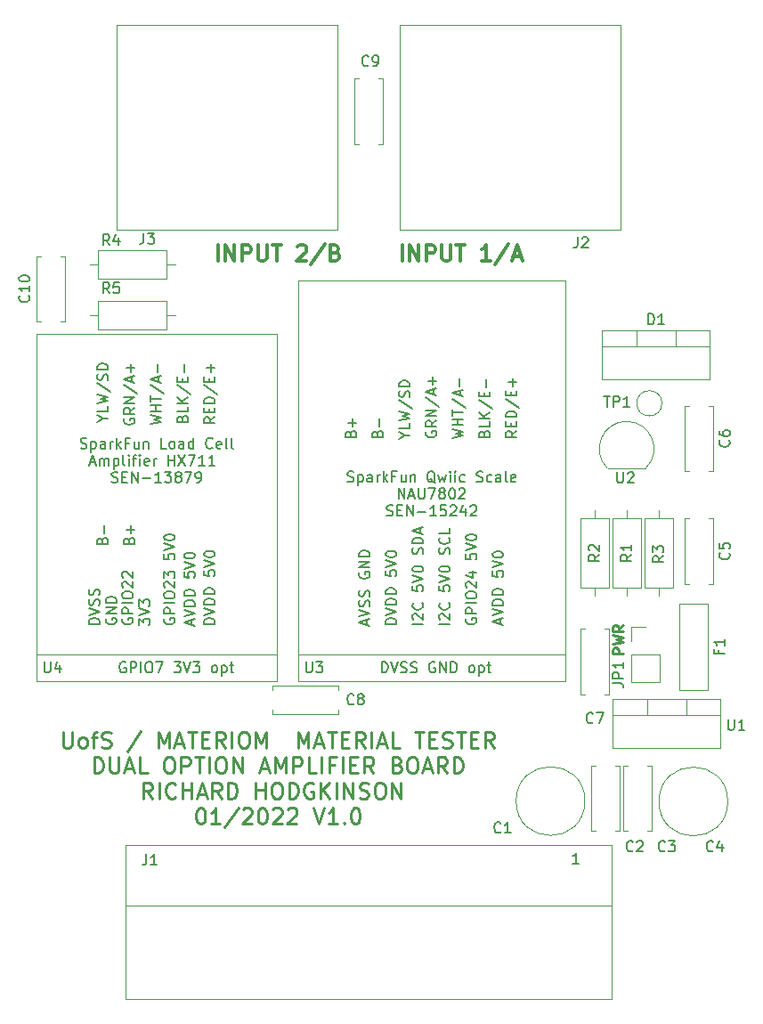
<source format=gbr>
%TF.GenerationSoftware,KiCad,Pcbnew,6.0.1-79c1e3a40b~116~ubuntu20.04.1*%
%TF.CreationDate,2022-01-20T00:26:33+00:00*%
%TF.ProjectId,Amplifier board,416d706c-6966-4696-9572-20626f617264,V1.0*%
%TF.SameCoordinates,Original*%
%TF.FileFunction,Legend,Top*%
%TF.FilePolarity,Positive*%
%FSLAX46Y46*%
G04 Gerber Fmt 4.6, Leading zero omitted, Abs format (unit mm)*
G04 Created by KiCad (PCBNEW 6.0.1-79c1e3a40b~116~ubuntu20.04.1) date 2022-01-20 00:26:33*
%MOMM*%
%LPD*%
G01*
G04 APERTURE LIST*
%ADD10C,0.300000*%
%ADD11C,0.250000*%
%ADD12C,0.150000*%
%ADD13C,0.120000*%
G04 APERTURE END LIST*
D10*
X126365714Y-74211571D02*
X126365714Y-72711571D01*
X127080000Y-74211571D02*
X127080000Y-72711571D01*
X127937142Y-74211571D01*
X127937142Y-72711571D01*
X128651428Y-74211571D02*
X128651428Y-72711571D01*
X129222857Y-72711571D01*
X129365714Y-72783000D01*
X129437142Y-72854428D01*
X129508571Y-72997285D01*
X129508571Y-73211571D01*
X129437142Y-73354428D01*
X129365714Y-73425857D01*
X129222857Y-73497285D01*
X128651428Y-73497285D01*
X130151428Y-72711571D02*
X130151428Y-73925857D01*
X130222857Y-74068714D01*
X130294285Y-74140142D01*
X130437142Y-74211571D01*
X130722857Y-74211571D01*
X130865714Y-74140142D01*
X130937142Y-74068714D01*
X131008571Y-73925857D01*
X131008571Y-72711571D01*
X131508571Y-72711571D02*
X132365714Y-72711571D01*
X131937142Y-74211571D02*
X131937142Y-72711571D01*
X133937142Y-72854428D02*
X134008571Y-72783000D01*
X134151428Y-72711571D01*
X134508571Y-72711571D01*
X134651428Y-72783000D01*
X134722857Y-72854428D01*
X134794285Y-72997285D01*
X134794285Y-73140142D01*
X134722857Y-73354428D01*
X133865714Y-74211571D01*
X134794285Y-74211571D01*
X136508571Y-72640142D02*
X135222857Y-74568714D01*
X137508571Y-73425857D02*
X137722857Y-73497285D01*
X137794285Y-73568714D01*
X137865714Y-73711571D01*
X137865714Y-73925857D01*
X137794285Y-74068714D01*
X137722857Y-74140142D01*
X137580000Y-74211571D01*
X137008571Y-74211571D01*
X137008571Y-72711571D01*
X137508571Y-72711571D01*
X137651428Y-72783000D01*
X137722857Y-72854428D01*
X137794285Y-72997285D01*
X137794285Y-73140142D01*
X137722857Y-73283000D01*
X137651428Y-73354428D01*
X137508571Y-73425857D01*
X137008571Y-73425857D01*
D11*
X164917380Y-111569333D02*
X163917380Y-111569333D01*
X163917380Y-111188380D01*
X163965000Y-111093142D01*
X164012619Y-111045523D01*
X164107857Y-110997904D01*
X164250714Y-110997904D01*
X164345952Y-111045523D01*
X164393571Y-111093142D01*
X164441190Y-111188380D01*
X164441190Y-111569333D01*
X163917380Y-110664571D02*
X164917380Y-110426476D01*
X164203095Y-110236000D01*
X164917380Y-110045523D01*
X163917380Y-109807428D01*
X164917380Y-108855047D02*
X164441190Y-109188380D01*
X164917380Y-109426476D02*
X163917380Y-109426476D01*
X163917380Y-109045523D01*
X163965000Y-108950285D01*
X164012619Y-108902666D01*
X164107857Y-108855047D01*
X164250714Y-108855047D01*
X164345952Y-108902666D01*
X164393571Y-108950285D01*
X164441190Y-109045523D01*
X164441190Y-109426476D01*
X111615714Y-119000071D02*
X111615714Y-120214357D01*
X111687142Y-120357214D01*
X111758571Y-120428642D01*
X111901428Y-120500071D01*
X112187142Y-120500071D01*
X112330000Y-120428642D01*
X112401428Y-120357214D01*
X112472857Y-120214357D01*
X112472857Y-119000071D01*
X113401428Y-120500071D02*
X113258571Y-120428642D01*
X113187142Y-120357214D01*
X113115714Y-120214357D01*
X113115714Y-119785785D01*
X113187142Y-119642928D01*
X113258571Y-119571500D01*
X113401428Y-119500071D01*
X113615714Y-119500071D01*
X113758571Y-119571500D01*
X113830000Y-119642928D01*
X113901428Y-119785785D01*
X113901428Y-120214357D01*
X113830000Y-120357214D01*
X113758571Y-120428642D01*
X113615714Y-120500071D01*
X113401428Y-120500071D01*
X114330000Y-119500071D02*
X114901428Y-119500071D01*
X114544285Y-120500071D02*
X114544285Y-119214357D01*
X114615714Y-119071500D01*
X114758571Y-119000071D01*
X114901428Y-119000071D01*
X115330000Y-120428642D02*
X115544285Y-120500071D01*
X115901428Y-120500071D01*
X116044285Y-120428642D01*
X116115714Y-120357214D01*
X116187142Y-120214357D01*
X116187142Y-120071500D01*
X116115714Y-119928642D01*
X116044285Y-119857214D01*
X115901428Y-119785785D01*
X115615714Y-119714357D01*
X115472857Y-119642928D01*
X115401428Y-119571500D01*
X115330000Y-119428642D01*
X115330000Y-119285785D01*
X115401428Y-119142928D01*
X115472857Y-119071500D01*
X115615714Y-119000071D01*
X115972857Y-119000071D01*
X116187142Y-119071500D01*
X119044285Y-118928642D02*
X117758571Y-120857214D01*
X120687142Y-120500071D02*
X120687142Y-119000071D01*
X121187142Y-120071500D01*
X121687142Y-119000071D01*
X121687142Y-120500071D01*
X122330000Y-120071500D02*
X123044285Y-120071500D01*
X122187142Y-120500071D02*
X122687142Y-119000071D01*
X123187142Y-120500071D01*
X123472857Y-119000071D02*
X124330000Y-119000071D01*
X123901428Y-120500071D02*
X123901428Y-119000071D01*
X124830000Y-119714357D02*
X125330000Y-119714357D01*
X125544285Y-120500071D02*
X124830000Y-120500071D01*
X124830000Y-119000071D01*
X125544285Y-119000071D01*
X127044285Y-120500071D02*
X126544285Y-119785785D01*
X126187142Y-120500071D02*
X126187142Y-119000071D01*
X126758571Y-119000071D01*
X126901428Y-119071500D01*
X126972857Y-119142928D01*
X127044285Y-119285785D01*
X127044285Y-119500071D01*
X126972857Y-119642928D01*
X126901428Y-119714357D01*
X126758571Y-119785785D01*
X126187142Y-119785785D01*
X127687142Y-120500071D02*
X127687142Y-119000071D01*
X128687142Y-119000071D02*
X128972857Y-119000071D01*
X129115714Y-119071500D01*
X129258571Y-119214357D01*
X129330000Y-119500071D01*
X129330000Y-120000071D01*
X129258571Y-120285785D01*
X129115714Y-120428642D01*
X128972857Y-120500071D01*
X128687142Y-120500071D01*
X128544285Y-120428642D01*
X128401428Y-120285785D01*
X128330000Y-120000071D01*
X128330000Y-119500071D01*
X128401428Y-119214357D01*
X128544285Y-119071500D01*
X128687142Y-119000071D01*
X129972857Y-120500071D02*
X129972857Y-119000071D01*
X130472857Y-120071500D01*
X130972857Y-119000071D01*
X130972857Y-120500071D01*
X133972857Y-120500071D02*
X133972857Y-119000071D01*
X134472857Y-120071500D01*
X134972857Y-119000071D01*
X134972857Y-120500071D01*
X135615714Y-120071500D02*
X136330000Y-120071500D01*
X135472857Y-120500071D02*
X135972857Y-119000071D01*
X136472857Y-120500071D01*
X136758571Y-119000071D02*
X137615714Y-119000071D01*
X137187142Y-120500071D02*
X137187142Y-119000071D01*
X138115714Y-119714357D02*
X138615714Y-119714357D01*
X138830000Y-120500071D02*
X138115714Y-120500071D01*
X138115714Y-119000071D01*
X138830000Y-119000071D01*
X140330000Y-120500071D02*
X139830000Y-119785785D01*
X139472857Y-120500071D02*
X139472857Y-119000071D01*
X140044285Y-119000071D01*
X140187142Y-119071500D01*
X140258571Y-119142928D01*
X140330000Y-119285785D01*
X140330000Y-119500071D01*
X140258571Y-119642928D01*
X140187142Y-119714357D01*
X140044285Y-119785785D01*
X139472857Y-119785785D01*
X140972857Y-120500071D02*
X140972857Y-119000071D01*
X141615714Y-120071500D02*
X142330000Y-120071500D01*
X141472857Y-120500071D02*
X141972857Y-119000071D01*
X142472857Y-120500071D01*
X143687142Y-120500071D02*
X142972857Y-120500071D01*
X142972857Y-119000071D01*
X145115714Y-119000071D02*
X145972857Y-119000071D01*
X145544285Y-120500071D02*
X145544285Y-119000071D01*
X146472857Y-119714357D02*
X146972857Y-119714357D01*
X147187142Y-120500071D02*
X146472857Y-120500071D01*
X146472857Y-119000071D01*
X147187142Y-119000071D01*
X147758571Y-120428642D02*
X147972857Y-120500071D01*
X148330000Y-120500071D01*
X148472857Y-120428642D01*
X148544285Y-120357214D01*
X148615714Y-120214357D01*
X148615714Y-120071500D01*
X148544285Y-119928642D01*
X148472857Y-119857214D01*
X148330000Y-119785785D01*
X148044285Y-119714357D01*
X147901428Y-119642928D01*
X147830000Y-119571500D01*
X147758571Y-119428642D01*
X147758571Y-119285785D01*
X147830000Y-119142928D01*
X147901428Y-119071500D01*
X148044285Y-119000071D01*
X148401428Y-119000071D01*
X148615714Y-119071500D01*
X149044285Y-119000071D02*
X149901428Y-119000071D01*
X149472857Y-120500071D02*
X149472857Y-119000071D01*
X150401428Y-119714357D02*
X150901428Y-119714357D01*
X151115714Y-120500071D02*
X150401428Y-120500071D01*
X150401428Y-119000071D01*
X151115714Y-119000071D01*
X152615714Y-120500071D02*
X152115714Y-119785785D01*
X151758571Y-120500071D02*
X151758571Y-119000071D01*
X152330000Y-119000071D01*
X152472857Y-119071500D01*
X152544285Y-119142928D01*
X152615714Y-119285785D01*
X152615714Y-119500071D01*
X152544285Y-119642928D01*
X152472857Y-119714357D01*
X152330000Y-119785785D01*
X151758571Y-119785785D01*
X114579999Y-122915071D02*
X114579999Y-121415071D01*
X114937142Y-121415071D01*
X115151428Y-121486500D01*
X115294285Y-121629357D01*
X115365714Y-121772214D01*
X115437142Y-122057928D01*
X115437142Y-122272214D01*
X115365714Y-122557928D01*
X115294285Y-122700785D01*
X115151428Y-122843642D01*
X114937142Y-122915071D01*
X114579999Y-122915071D01*
X116079999Y-121415071D02*
X116079999Y-122629357D01*
X116151428Y-122772214D01*
X116222857Y-122843642D01*
X116365714Y-122915071D01*
X116651428Y-122915071D01*
X116794285Y-122843642D01*
X116865714Y-122772214D01*
X116937142Y-122629357D01*
X116937142Y-121415071D01*
X117579999Y-122486500D02*
X118294285Y-122486500D01*
X117437142Y-122915071D02*
X117937142Y-121415071D01*
X118437142Y-122915071D01*
X119651428Y-122915071D02*
X118937142Y-122915071D01*
X118937142Y-121415071D01*
X121579999Y-121415071D02*
X121865714Y-121415071D01*
X122008571Y-121486500D01*
X122151428Y-121629357D01*
X122222857Y-121915071D01*
X122222857Y-122415071D01*
X122151428Y-122700785D01*
X122008571Y-122843642D01*
X121865714Y-122915071D01*
X121579999Y-122915071D01*
X121437142Y-122843642D01*
X121294285Y-122700785D01*
X121222857Y-122415071D01*
X121222857Y-121915071D01*
X121294285Y-121629357D01*
X121437142Y-121486500D01*
X121579999Y-121415071D01*
X122865714Y-122915071D02*
X122865714Y-121415071D01*
X123437142Y-121415071D01*
X123579999Y-121486500D01*
X123651428Y-121557928D01*
X123722857Y-121700785D01*
X123722857Y-121915071D01*
X123651428Y-122057928D01*
X123579999Y-122129357D01*
X123437142Y-122200785D01*
X122865714Y-122200785D01*
X124151428Y-121415071D02*
X125008571Y-121415071D01*
X124579999Y-122915071D02*
X124579999Y-121415071D01*
X125508571Y-122915071D02*
X125508571Y-121415071D01*
X126508571Y-121415071D02*
X126794285Y-121415071D01*
X126937142Y-121486500D01*
X127079999Y-121629357D01*
X127151428Y-121915071D01*
X127151428Y-122415071D01*
X127079999Y-122700785D01*
X126937142Y-122843642D01*
X126794285Y-122915071D01*
X126508571Y-122915071D01*
X126365714Y-122843642D01*
X126222857Y-122700785D01*
X126151428Y-122415071D01*
X126151428Y-121915071D01*
X126222857Y-121629357D01*
X126365714Y-121486500D01*
X126508571Y-121415071D01*
X127794285Y-122915071D02*
X127794285Y-121415071D01*
X128651428Y-122915071D01*
X128651428Y-121415071D01*
X130437142Y-122486500D02*
X131151428Y-122486500D01*
X130294285Y-122915071D02*
X130794285Y-121415071D01*
X131294285Y-122915071D01*
X131794285Y-122915071D02*
X131794285Y-121415071D01*
X132294285Y-122486500D01*
X132794285Y-121415071D01*
X132794285Y-122915071D01*
X133508571Y-122915071D02*
X133508571Y-121415071D01*
X134079999Y-121415071D01*
X134222857Y-121486500D01*
X134294285Y-121557928D01*
X134365714Y-121700785D01*
X134365714Y-121915071D01*
X134294285Y-122057928D01*
X134222857Y-122129357D01*
X134079999Y-122200785D01*
X133508571Y-122200785D01*
X135722857Y-122915071D02*
X135008571Y-122915071D01*
X135008571Y-121415071D01*
X136222857Y-122915071D02*
X136222857Y-121415071D01*
X137437142Y-122129357D02*
X136937142Y-122129357D01*
X136937142Y-122915071D02*
X136937142Y-121415071D01*
X137651428Y-121415071D01*
X138222857Y-122915071D02*
X138222857Y-121415071D01*
X138937142Y-122129357D02*
X139437142Y-122129357D01*
X139651428Y-122915071D02*
X138937142Y-122915071D01*
X138937142Y-121415071D01*
X139651428Y-121415071D01*
X141151428Y-122915071D02*
X140651428Y-122200785D01*
X140294285Y-122915071D02*
X140294285Y-121415071D01*
X140865714Y-121415071D01*
X141008571Y-121486500D01*
X141080000Y-121557928D01*
X141151428Y-121700785D01*
X141151428Y-121915071D01*
X141080000Y-122057928D01*
X141008571Y-122129357D01*
X140865714Y-122200785D01*
X140294285Y-122200785D01*
X143437142Y-122129357D02*
X143651428Y-122200785D01*
X143722857Y-122272214D01*
X143794285Y-122415071D01*
X143794285Y-122629357D01*
X143722857Y-122772214D01*
X143651428Y-122843642D01*
X143508571Y-122915071D01*
X142937142Y-122915071D01*
X142937142Y-121415071D01*
X143437142Y-121415071D01*
X143580000Y-121486500D01*
X143651428Y-121557928D01*
X143722857Y-121700785D01*
X143722857Y-121843642D01*
X143651428Y-121986500D01*
X143580000Y-122057928D01*
X143437142Y-122129357D01*
X142937142Y-122129357D01*
X144722857Y-121415071D02*
X145008571Y-121415071D01*
X145151428Y-121486500D01*
X145294285Y-121629357D01*
X145365714Y-121915071D01*
X145365714Y-122415071D01*
X145294285Y-122700785D01*
X145151428Y-122843642D01*
X145008571Y-122915071D01*
X144722857Y-122915071D01*
X144580000Y-122843642D01*
X144437142Y-122700785D01*
X144365714Y-122415071D01*
X144365714Y-121915071D01*
X144437142Y-121629357D01*
X144580000Y-121486500D01*
X144722857Y-121415071D01*
X145937142Y-122486500D02*
X146651428Y-122486500D01*
X145794285Y-122915071D02*
X146294285Y-121415071D01*
X146794285Y-122915071D01*
X148151428Y-122915071D02*
X147651428Y-122200785D01*
X147294285Y-122915071D02*
X147294285Y-121415071D01*
X147865714Y-121415071D01*
X148008571Y-121486500D01*
X148080000Y-121557928D01*
X148151428Y-121700785D01*
X148151428Y-121915071D01*
X148080000Y-122057928D01*
X148008571Y-122129357D01*
X147865714Y-122200785D01*
X147294285Y-122200785D01*
X148794285Y-122915071D02*
X148794285Y-121415071D01*
X149151428Y-121415071D01*
X149365714Y-121486500D01*
X149508571Y-121629357D01*
X149580000Y-121772214D01*
X149651428Y-122057928D01*
X149651428Y-122272214D01*
X149580000Y-122557928D01*
X149508571Y-122700785D01*
X149365714Y-122843642D01*
X149151428Y-122915071D01*
X148794285Y-122915071D01*
X120115714Y-125330071D02*
X119615714Y-124615785D01*
X119258571Y-125330071D02*
X119258571Y-123830071D01*
X119830000Y-123830071D01*
X119972857Y-123901500D01*
X120044285Y-123972928D01*
X120115714Y-124115785D01*
X120115714Y-124330071D01*
X120044285Y-124472928D01*
X119972857Y-124544357D01*
X119830000Y-124615785D01*
X119258571Y-124615785D01*
X120758571Y-125330071D02*
X120758571Y-123830071D01*
X122330000Y-125187214D02*
X122258571Y-125258642D01*
X122044285Y-125330071D01*
X121901428Y-125330071D01*
X121687142Y-125258642D01*
X121544285Y-125115785D01*
X121472857Y-124972928D01*
X121401428Y-124687214D01*
X121401428Y-124472928D01*
X121472857Y-124187214D01*
X121544285Y-124044357D01*
X121687142Y-123901500D01*
X121901428Y-123830071D01*
X122044285Y-123830071D01*
X122258571Y-123901500D01*
X122330000Y-123972928D01*
X122972857Y-125330071D02*
X122972857Y-123830071D01*
X122972857Y-124544357D02*
X123830000Y-124544357D01*
X123830000Y-125330071D02*
X123830000Y-123830071D01*
X124472857Y-124901500D02*
X125187142Y-124901500D01*
X124330000Y-125330071D02*
X124830000Y-123830071D01*
X125330000Y-125330071D01*
X126687142Y-125330071D02*
X126187142Y-124615785D01*
X125830000Y-125330071D02*
X125830000Y-123830071D01*
X126401428Y-123830071D01*
X126544285Y-123901500D01*
X126615714Y-123972928D01*
X126687142Y-124115785D01*
X126687142Y-124330071D01*
X126615714Y-124472928D01*
X126544285Y-124544357D01*
X126401428Y-124615785D01*
X125830000Y-124615785D01*
X127330000Y-125330071D02*
X127330000Y-123830071D01*
X127687142Y-123830071D01*
X127901428Y-123901500D01*
X128044285Y-124044357D01*
X128115714Y-124187214D01*
X128187142Y-124472928D01*
X128187142Y-124687214D01*
X128115714Y-124972928D01*
X128044285Y-125115785D01*
X127901428Y-125258642D01*
X127687142Y-125330071D01*
X127330000Y-125330071D01*
X129972857Y-125330071D02*
X129972857Y-123830071D01*
X129972857Y-124544357D02*
X130830000Y-124544357D01*
X130830000Y-125330071D02*
X130830000Y-123830071D01*
X131830000Y-123830071D02*
X132115714Y-123830071D01*
X132258571Y-123901500D01*
X132401428Y-124044357D01*
X132472857Y-124330071D01*
X132472857Y-124830071D01*
X132401428Y-125115785D01*
X132258571Y-125258642D01*
X132115714Y-125330071D01*
X131830000Y-125330071D01*
X131687142Y-125258642D01*
X131544285Y-125115785D01*
X131472857Y-124830071D01*
X131472857Y-124330071D01*
X131544285Y-124044357D01*
X131687142Y-123901500D01*
X131830000Y-123830071D01*
X133115714Y-125330071D02*
X133115714Y-123830071D01*
X133472857Y-123830071D01*
X133687142Y-123901500D01*
X133830000Y-124044357D01*
X133901428Y-124187214D01*
X133972857Y-124472928D01*
X133972857Y-124687214D01*
X133901428Y-124972928D01*
X133830000Y-125115785D01*
X133687142Y-125258642D01*
X133472857Y-125330071D01*
X133115714Y-125330071D01*
X135401428Y-123901500D02*
X135258571Y-123830071D01*
X135044285Y-123830071D01*
X134830000Y-123901500D01*
X134687142Y-124044357D01*
X134615714Y-124187214D01*
X134544285Y-124472928D01*
X134544285Y-124687214D01*
X134615714Y-124972928D01*
X134687142Y-125115785D01*
X134830000Y-125258642D01*
X135044285Y-125330071D01*
X135187142Y-125330071D01*
X135401428Y-125258642D01*
X135472857Y-125187214D01*
X135472857Y-124687214D01*
X135187142Y-124687214D01*
X136115714Y-125330071D02*
X136115714Y-123830071D01*
X136972857Y-125330071D02*
X136330000Y-124472928D01*
X136972857Y-123830071D02*
X136115714Y-124687214D01*
X137615714Y-125330071D02*
X137615714Y-123830071D01*
X138330000Y-125330071D02*
X138330000Y-123830071D01*
X139187142Y-125330071D01*
X139187142Y-123830071D01*
X139830000Y-125258642D02*
X140044285Y-125330071D01*
X140401428Y-125330071D01*
X140544285Y-125258642D01*
X140615714Y-125187214D01*
X140687142Y-125044357D01*
X140687142Y-124901500D01*
X140615714Y-124758642D01*
X140544285Y-124687214D01*
X140401428Y-124615785D01*
X140115714Y-124544357D01*
X139972857Y-124472928D01*
X139901428Y-124401500D01*
X139830000Y-124258642D01*
X139830000Y-124115785D01*
X139901428Y-123972928D01*
X139972857Y-123901500D01*
X140115714Y-123830071D01*
X140472857Y-123830071D01*
X140687142Y-123901500D01*
X141615714Y-123830071D02*
X141901428Y-123830071D01*
X142044285Y-123901500D01*
X142187142Y-124044357D01*
X142258571Y-124330071D01*
X142258571Y-124830071D01*
X142187142Y-125115785D01*
X142044285Y-125258642D01*
X141901428Y-125330071D01*
X141615714Y-125330071D01*
X141472857Y-125258642D01*
X141330000Y-125115785D01*
X141258571Y-124830071D01*
X141258571Y-124330071D01*
X141330000Y-124044357D01*
X141472857Y-123901500D01*
X141615714Y-123830071D01*
X142901428Y-125330071D02*
X142901428Y-123830071D01*
X143758571Y-125330071D01*
X143758571Y-123830071D01*
X124651428Y-126245071D02*
X124794285Y-126245071D01*
X124937142Y-126316500D01*
X125008571Y-126387928D01*
X125080000Y-126530785D01*
X125151428Y-126816500D01*
X125151428Y-127173642D01*
X125080000Y-127459357D01*
X125008571Y-127602214D01*
X124937142Y-127673642D01*
X124794285Y-127745071D01*
X124651428Y-127745071D01*
X124508571Y-127673642D01*
X124437142Y-127602214D01*
X124365714Y-127459357D01*
X124294285Y-127173642D01*
X124294285Y-126816500D01*
X124365714Y-126530785D01*
X124437142Y-126387928D01*
X124508571Y-126316500D01*
X124651428Y-126245071D01*
X126580000Y-127745071D02*
X125722857Y-127745071D01*
X126151428Y-127745071D02*
X126151428Y-126245071D01*
X126008571Y-126459357D01*
X125865714Y-126602214D01*
X125722857Y-126673642D01*
X128294285Y-126173642D02*
X127008571Y-128102214D01*
X128722857Y-126387928D02*
X128794285Y-126316500D01*
X128937142Y-126245071D01*
X129294285Y-126245071D01*
X129437142Y-126316500D01*
X129508571Y-126387928D01*
X129580000Y-126530785D01*
X129580000Y-126673642D01*
X129508571Y-126887928D01*
X128651428Y-127745071D01*
X129580000Y-127745071D01*
X130508571Y-126245071D02*
X130651428Y-126245071D01*
X130794285Y-126316500D01*
X130865714Y-126387928D01*
X130937142Y-126530785D01*
X131008571Y-126816500D01*
X131008571Y-127173642D01*
X130937142Y-127459357D01*
X130865714Y-127602214D01*
X130794285Y-127673642D01*
X130651428Y-127745071D01*
X130508571Y-127745071D01*
X130365714Y-127673642D01*
X130294285Y-127602214D01*
X130222857Y-127459357D01*
X130151428Y-127173642D01*
X130151428Y-126816500D01*
X130222857Y-126530785D01*
X130294285Y-126387928D01*
X130365714Y-126316500D01*
X130508571Y-126245071D01*
X131580000Y-126387928D02*
X131651428Y-126316500D01*
X131794285Y-126245071D01*
X132151428Y-126245071D01*
X132294285Y-126316500D01*
X132365714Y-126387928D01*
X132437142Y-126530785D01*
X132437142Y-126673642D01*
X132365714Y-126887928D01*
X131508571Y-127745071D01*
X132437142Y-127745071D01*
X133008571Y-126387928D02*
X133080000Y-126316500D01*
X133222857Y-126245071D01*
X133580000Y-126245071D01*
X133722857Y-126316500D01*
X133794285Y-126387928D01*
X133865714Y-126530785D01*
X133865714Y-126673642D01*
X133794285Y-126887928D01*
X132937142Y-127745071D01*
X133865714Y-127745071D01*
X135437142Y-126245071D02*
X135937142Y-127745071D01*
X136437142Y-126245071D01*
X137722857Y-127745071D02*
X136865714Y-127745071D01*
X137294285Y-127745071D02*
X137294285Y-126245071D01*
X137151428Y-126459357D01*
X137008571Y-126602214D01*
X136865714Y-126673642D01*
X138365714Y-127602214D02*
X138437142Y-127673642D01*
X138365714Y-127745071D01*
X138294285Y-127673642D01*
X138365714Y-127602214D01*
X138365714Y-127745071D01*
X139365714Y-126245071D02*
X139508571Y-126245071D01*
X139651428Y-126316500D01*
X139722857Y-126387928D01*
X139794285Y-126530785D01*
X139865714Y-126816500D01*
X139865714Y-127173642D01*
X139794285Y-127459357D01*
X139722857Y-127602214D01*
X139651428Y-127673642D01*
X139508571Y-127745071D01*
X139365714Y-127745071D01*
X139222857Y-127673642D01*
X139151428Y-127602214D01*
X139080000Y-127459357D01*
X139008571Y-127173642D01*
X139008571Y-126816500D01*
X139080000Y-126530785D01*
X139151428Y-126387928D01*
X139222857Y-126316500D01*
X139365714Y-126245071D01*
D10*
X143871857Y-74211571D02*
X143871857Y-72711571D01*
X144586142Y-74211571D02*
X144586142Y-72711571D01*
X145443285Y-74211571D01*
X145443285Y-72711571D01*
X146157571Y-74211571D02*
X146157571Y-72711571D01*
X146729000Y-72711571D01*
X146871857Y-72783000D01*
X146943285Y-72854428D01*
X147014714Y-72997285D01*
X147014714Y-73211571D01*
X146943285Y-73354428D01*
X146871857Y-73425857D01*
X146729000Y-73497285D01*
X146157571Y-73497285D01*
X147657571Y-72711571D02*
X147657571Y-73925857D01*
X147729000Y-74068714D01*
X147800428Y-74140142D01*
X147943285Y-74211571D01*
X148229000Y-74211571D01*
X148371857Y-74140142D01*
X148443285Y-74068714D01*
X148514714Y-73925857D01*
X148514714Y-72711571D01*
X149014714Y-72711571D02*
X149871857Y-72711571D01*
X149443285Y-74211571D02*
X149443285Y-72711571D01*
X152300428Y-74211571D02*
X151443285Y-74211571D01*
X151871857Y-74211571D02*
X151871857Y-72711571D01*
X151729000Y-72925857D01*
X151586142Y-73068714D01*
X151443285Y-73140142D01*
X154014714Y-72640142D02*
X152729000Y-74568714D01*
X154443285Y-73783000D02*
X155157571Y-73783000D01*
X154300428Y-74211571D02*
X154800428Y-72711571D01*
X155300428Y-74211571D01*
D12*
%TO.C,C5*%
X174942142Y-101980666D02*
X174989761Y-102028285D01*
X175037380Y-102171142D01*
X175037380Y-102266380D01*
X174989761Y-102409238D01*
X174894523Y-102504476D01*
X174799285Y-102552095D01*
X174608809Y-102599714D01*
X174465952Y-102599714D01*
X174275476Y-102552095D01*
X174180238Y-102504476D01*
X174085000Y-102409238D01*
X174037380Y-102266380D01*
X174037380Y-102171142D01*
X174085000Y-102028285D01*
X174132619Y-101980666D01*
X174037380Y-101075904D02*
X174037380Y-101552095D01*
X174513571Y-101599714D01*
X174465952Y-101552095D01*
X174418333Y-101456857D01*
X174418333Y-101218761D01*
X174465952Y-101123523D01*
X174513571Y-101075904D01*
X174608809Y-101028285D01*
X174846904Y-101028285D01*
X174942142Y-101075904D01*
X174989761Y-101123523D01*
X175037380Y-101218761D01*
X175037380Y-101456857D01*
X174989761Y-101552095D01*
X174942142Y-101599714D01*
%TO.C,C6*%
X174942142Y-91265666D02*
X174989761Y-91313285D01*
X175037380Y-91456142D01*
X175037380Y-91551380D01*
X174989761Y-91694238D01*
X174894523Y-91789476D01*
X174799285Y-91837095D01*
X174608809Y-91884714D01*
X174465952Y-91884714D01*
X174275476Y-91837095D01*
X174180238Y-91789476D01*
X174085000Y-91694238D01*
X174037380Y-91551380D01*
X174037380Y-91456142D01*
X174085000Y-91313285D01*
X174132619Y-91265666D01*
X174037380Y-90408523D02*
X174037380Y-90599000D01*
X174085000Y-90694238D01*
X174132619Y-90741857D01*
X174275476Y-90837095D01*
X174465952Y-90884714D01*
X174846904Y-90884714D01*
X174942142Y-90837095D01*
X174989761Y-90789476D01*
X175037380Y-90694238D01*
X175037380Y-90503761D01*
X174989761Y-90408523D01*
X174942142Y-90360904D01*
X174846904Y-90313285D01*
X174608809Y-90313285D01*
X174513571Y-90360904D01*
X174465952Y-90408523D01*
X174418333Y-90503761D01*
X174418333Y-90694238D01*
X174465952Y-90789476D01*
X174513571Y-90837095D01*
X174608809Y-90884714D01*
%TO.C,D1*%
X167282904Y-80256380D02*
X167282904Y-79256380D01*
X167521000Y-79256380D01*
X167663857Y-79304000D01*
X167759095Y-79399238D01*
X167806714Y-79494476D01*
X167854333Y-79684952D01*
X167854333Y-79827809D01*
X167806714Y-80018285D01*
X167759095Y-80113523D01*
X167663857Y-80208761D01*
X167521000Y-80256380D01*
X167282904Y-80256380D01*
X168806714Y-80256380D02*
X168235285Y-80256380D01*
X168521000Y-80256380D02*
X168521000Y-79256380D01*
X168425761Y-79399238D01*
X168330523Y-79494476D01*
X168235285Y-79542095D01*
%TO.C,F1*%
X174005571Y-111244333D02*
X174005571Y-111577666D01*
X174529380Y-111577666D02*
X173529380Y-111577666D01*
X173529380Y-111101476D01*
X174529380Y-110196714D02*
X174529380Y-110768142D01*
X174529380Y-110482428D02*
X173529380Y-110482428D01*
X173672238Y-110577666D01*
X173767476Y-110672904D01*
X173815095Y-110768142D01*
%TO.C,R1*%
X165679380Y-102147666D02*
X165203190Y-102481000D01*
X165679380Y-102719095D02*
X164679380Y-102719095D01*
X164679380Y-102338142D01*
X164727000Y-102242904D01*
X164774619Y-102195285D01*
X164869857Y-102147666D01*
X165012714Y-102147666D01*
X165107952Y-102195285D01*
X165155571Y-102242904D01*
X165203190Y-102338142D01*
X165203190Y-102719095D01*
X165679380Y-101195285D02*
X165679380Y-101766714D01*
X165679380Y-101481000D02*
X164679380Y-101481000D01*
X164822238Y-101576238D01*
X164917476Y-101671476D01*
X164965095Y-101766714D01*
%TO.C,R2*%
X162631380Y-102147666D02*
X162155190Y-102481000D01*
X162631380Y-102719095D02*
X161631380Y-102719095D01*
X161631380Y-102338142D01*
X161679000Y-102242904D01*
X161726619Y-102195285D01*
X161821857Y-102147666D01*
X161964714Y-102147666D01*
X162059952Y-102195285D01*
X162107571Y-102242904D01*
X162155190Y-102338142D01*
X162155190Y-102719095D01*
X161726619Y-101766714D02*
X161679000Y-101719095D01*
X161631380Y-101623857D01*
X161631380Y-101385761D01*
X161679000Y-101290523D01*
X161726619Y-101242904D01*
X161821857Y-101195285D01*
X161917095Y-101195285D01*
X162059952Y-101242904D01*
X162631380Y-101814333D01*
X162631380Y-101195285D01*
%TO.C,R3*%
X168727380Y-102274666D02*
X168251190Y-102608000D01*
X168727380Y-102846095D02*
X167727380Y-102846095D01*
X167727380Y-102465142D01*
X167775000Y-102369904D01*
X167822619Y-102322285D01*
X167917857Y-102274666D01*
X168060714Y-102274666D01*
X168155952Y-102322285D01*
X168203571Y-102369904D01*
X168251190Y-102465142D01*
X168251190Y-102846095D01*
X167727380Y-101941333D02*
X167727380Y-101322285D01*
X168108333Y-101655619D01*
X168108333Y-101512761D01*
X168155952Y-101417523D01*
X168203571Y-101369904D01*
X168298809Y-101322285D01*
X168536904Y-101322285D01*
X168632142Y-101369904D01*
X168679761Y-101417523D01*
X168727380Y-101512761D01*
X168727380Y-101798476D01*
X168679761Y-101893714D01*
X168632142Y-101941333D01*
%TO.C,TP1*%
X163076095Y-87082380D02*
X163647523Y-87082380D01*
X163361809Y-88082380D02*
X163361809Y-87082380D01*
X163980857Y-88082380D02*
X163980857Y-87082380D01*
X164361809Y-87082380D01*
X164457047Y-87130000D01*
X164504666Y-87177619D01*
X164552285Y-87272857D01*
X164552285Y-87415714D01*
X164504666Y-87510952D01*
X164457047Y-87558571D01*
X164361809Y-87606190D01*
X163980857Y-87606190D01*
X165504666Y-88082380D02*
X164933238Y-88082380D01*
X165218952Y-88082380D02*
X165218952Y-87082380D01*
X165123714Y-87225238D01*
X165028476Y-87320476D01*
X164933238Y-87368095D01*
%TO.C,U1*%
X174879095Y-117816380D02*
X174879095Y-118625904D01*
X174926714Y-118721142D01*
X174974333Y-118768761D01*
X175069571Y-118816380D01*
X175260047Y-118816380D01*
X175355285Y-118768761D01*
X175402904Y-118721142D01*
X175450523Y-118625904D01*
X175450523Y-117816380D01*
X176450523Y-118816380D02*
X175879095Y-118816380D01*
X176164809Y-118816380D02*
X176164809Y-117816380D01*
X176069571Y-117959238D01*
X175974333Y-118054476D01*
X175879095Y-118102095D01*
%TO.C,U2*%
X164338095Y-94321380D02*
X164338095Y-95130904D01*
X164385714Y-95226142D01*
X164433333Y-95273761D01*
X164528571Y-95321380D01*
X164719047Y-95321380D01*
X164814285Y-95273761D01*
X164861904Y-95226142D01*
X164909523Y-95130904D01*
X164909523Y-94321380D01*
X165338095Y-94416619D02*
X165385714Y-94369000D01*
X165480952Y-94321380D01*
X165719047Y-94321380D01*
X165814285Y-94369000D01*
X165861904Y-94416619D01*
X165909523Y-94511857D01*
X165909523Y-94607095D01*
X165861904Y-94749952D01*
X165290476Y-95321380D01*
X165909523Y-95321380D01*
%TO.C,U3*%
X134747095Y-112355380D02*
X134747095Y-113164904D01*
X134794714Y-113260142D01*
X134842333Y-113307761D01*
X134937571Y-113355380D01*
X135128047Y-113355380D01*
X135223285Y-113307761D01*
X135270904Y-113260142D01*
X135318523Y-113164904D01*
X135318523Y-112355380D01*
X135699476Y-112355380D02*
X136318523Y-112355380D01*
X135985190Y-112736333D01*
X136128047Y-112736333D01*
X136223285Y-112783952D01*
X136270904Y-112831571D01*
X136318523Y-112926809D01*
X136318523Y-113164904D01*
X136270904Y-113260142D01*
X136223285Y-113307761D01*
X136128047Y-113355380D01*
X135842333Y-113355380D01*
X135747095Y-113307761D01*
X135699476Y-113260142D01*
X151693571Y-90644071D02*
X151741190Y-90501214D01*
X151788809Y-90453595D01*
X151884047Y-90405976D01*
X152026904Y-90405976D01*
X152122142Y-90453595D01*
X152169761Y-90501214D01*
X152217380Y-90596452D01*
X152217380Y-90977404D01*
X151217380Y-90977404D01*
X151217380Y-90644071D01*
X151265000Y-90548833D01*
X151312619Y-90501214D01*
X151407857Y-90453595D01*
X151503095Y-90453595D01*
X151598333Y-90501214D01*
X151645952Y-90548833D01*
X151693571Y-90644071D01*
X151693571Y-90977404D01*
X152217380Y-89501214D02*
X152217380Y-89977404D01*
X151217380Y-89977404D01*
X152217380Y-89167880D02*
X151217380Y-89167880D01*
X152217380Y-88596452D02*
X151645952Y-89025023D01*
X151217380Y-88596452D02*
X151788809Y-89167880D01*
X151169761Y-87453595D02*
X152455476Y-88310738D01*
X151693571Y-87120261D02*
X151693571Y-86786928D01*
X152217380Y-86644071D02*
X152217380Y-87120261D01*
X151217380Y-87120261D01*
X151217380Y-86644071D01*
X151836428Y-86215500D02*
X151836428Y-85453595D01*
X146185000Y-90453595D02*
X146137380Y-90548833D01*
X146137380Y-90691690D01*
X146185000Y-90834547D01*
X146280238Y-90929785D01*
X146375476Y-90977404D01*
X146565952Y-91025023D01*
X146708809Y-91025023D01*
X146899285Y-90977404D01*
X146994523Y-90929785D01*
X147089761Y-90834547D01*
X147137380Y-90691690D01*
X147137380Y-90596452D01*
X147089761Y-90453595D01*
X147042142Y-90405976D01*
X146708809Y-90405976D01*
X146708809Y-90596452D01*
X147137380Y-89405976D02*
X146661190Y-89739309D01*
X147137380Y-89977404D02*
X146137380Y-89977404D01*
X146137380Y-89596452D01*
X146185000Y-89501214D01*
X146232619Y-89453595D01*
X146327857Y-89405976D01*
X146470714Y-89405976D01*
X146565952Y-89453595D01*
X146613571Y-89501214D01*
X146661190Y-89596452D01*
X146661190Y-89977404D01*
X147137380Y-88977404D02*
X146137380Y-88977404D01*
X147137380Y-88405976D01*
X146137380Y-88405976D01*
X146089761Y-87215500D02*
X147375476Y-88072642D01*
X146851666Y-86929785D02*
X146851666Y-86453595D01*
X147137380Y-87025023D02*
X146137380Y-86691690D01*
X147137380Y-86358357D01*
X146756428Y-86025023D02*
X146756428Y-85263119D01*
X147137380Y-85644071D02*
X146375476Y-85644071D01*
X145867380Y-108757404D02*
X144867380Y-108757404D01*
X144962619Y-108328833D02*
X144915000Y-108281214D01*
X144867380Y-108185976D01*
X144867380Y-107947880D01*
X144915000Y-107852642D01*
X144962619Y-107805023D01*
X145057857Y-107757404D01*
X145153095Y-107757404D01*
X145295952Y-107805023D01*
X145867380Y-108376452D01*
X145867380Y-107757404D01*
X145772142Y-106757404D02*
X145819761Y-106805023D01*
X145867380Y-106947880D01*
X145867380Y-107043119D01*
X145819761Y-107185976D01*
X145724523Y-107281214D01*
X145629285Y-107328833D01*
X145438809Y-107376452D01*
X145295952Y-107376452D01*
X145105476Y-107328833D01*
X145010238Y-107281214D01*
X144915000Y-107185976D01*
X144867380Y-107043119D01*
X144867380Y-106947880D01*
X144915000Y-106805023D01*
X144962619Y-106757404D01*
X144867380Y-105090738D02*
X144867380Y-105566928D01*
X145343571Y-105614547D01*
X145295952Y-105566928D01*
X145248333Y-105471690D01*
X145248333Y-105233595D01*
X145295952Y-105138357D01*
X145343571Y-105090738D01*
X145438809Y-105043119D01*
X145676904Y-105043119D01*
X145772142Y-105090738D01*
X145819761Y-105138357D01*
X145867380Y-105233595D01*
X145867380Y-105471690D01*
X145819761Y-105566928D01*
X145772142Y-105614547D01*
X144867380Y-104757404D02*
X145867380Y-104424071D01*
X144867380Y-104090738D01*
X144867380Y-103566928D02*
X144867380Y-103471690D01*
X144915000Y-103376452D01*
X144962619Y-103328833D01*
X145057857Y-103281214D01*
X145248333Y-103233595D01*
X145486428Y-103233595D01*
X145676904Y-103281214D01*
X145772142Y-103328833D01*
X145819761Y-103376452D01*
X145867380Y-103471690D01*
X145867380Y-103566928D01*
X145819761Y-103662166D01*
X145772142Y-103709785D01*
X145676904Y-103757404D01*
X145486428Y-103805023D01*
X145248333Y-103805023D01*
X145057857Y-103757404D01*
X144962619Y-103709785D01*
X144915000Y-103662166D01*
X144867380Y-103566928D01*
X145819761Y-102090738D02*
X145867380Y-101947880D01*
X145867380Y-101709785D01*
X145819761Y-101614547D01*
X145772142Y-101566928D01*
X145676904Y-101519309D01*
X145581666Y-101519309D01*
X145486428Y-101566928D01*
X145438809Y-101614547D01*
X145391190Y-101709785D01*
X145343571Y-101900261D01*
X145295952Y-101995500D01*
X145248333Y-102043119D01*
X145153095Y-102090738D01*
X145057857Y-102090738D01*
X144962619Y-102043119D01*
X144915000Y-101995500D01*
X144867380Y-101900261D01*
X144867380Y-101662166D01*
X144915000Y-101519309D01*
X145867380Y-101090738D02*
X144867380Y-101090738D01*
X144867380Y-100852642D01*
X144915000Y-100709785D01*
X145010238Y-100614547D01*
X145105476Y-100566928D01*
X145295952Y-100519309D01*
X145438809Y-100519309D01*
X145629285Y-100566928D01*
X145724523Y-100614547D01*
X145819761Y-100709785D01*
X145867380Y-100852642D01*
X145867380Y-101090738D01*
X145581666Y-100138357D02*
X145581666Y-99662166D01*
X145867380Y-100233595D02*
X144867380Y-99900261D01*
X145867380Y-99566928D01*
X138685000Y-95187761D02*
X138827857Y-95235380D01*
X139065952Y-95235380D01*
X139161190Y-95187761D01*
X139208809Y-95140142D01*
X139256428Y-95044904D01*
X139256428Y-94949666D01*
X139208809Y-94854428D01*
X139161190Y-94806809D01*
X139065952Y-94759190D01*
X138875476Y-94711571D01*
X138780238Y-94663952D01*
X138732619Y-94616333D01*
X138685000Y-94521095D01*
X138685000Y-94425857D01*
X138732619Y-94330619D01*
X138780238Y-94283000D01*
X138875476Y-94235380D01*
X139113571Y-94235380D01*
X139256428Y-94283000D01*
X139685000Y-94568714D02*
X139685000Y-95568714D01*
X139685000Y-94616333D02*
X139780238Y-94568714D01*
X139970714Y-94568714D01*
X140065952Y-94616333D01*
X140113571Y-94663952D01*
X140161190Y-94759190D01*
X140161190Y-95044904D01*
X140113571Y-95140142D01*
X140065952Y-95187761D01*
X139970714Y-95235380D01*
X139780238Y-95235380D01*
X139685000Y-95187761D01*
X141018333Y-95235380D02*
X141018333Y-94711571D01*
X140970714Y-94616333D01*
X140875476Y-94568714D01*
X140685000Y-94568714D01*
X140589761Y-94616333D01*
X141018333Y-95187761D02*
X140923095Y-95235380D01*
X140685000Y-95235380D01*
X140589761Y-95187761D01*
X140542142Y-95092523D01*
X140542142Y-94997285D01*
X140589761Y-94902047D01*
X140685000Y-94854428D01*
X140923095Y-94854428D01*
X141018333Y-94806809D01*
X141494523Y-95235380D02*
X141494523Y-94568714D01*
X141494523Y-94759190D02*
X141542142Y-94663952D01*
X141589761Y-94616333D01*
X141685000Y-94568714D01*
X141780238Y-94568714D01*
X142113571Y-95235380D02*
X142113571Y-94235380D01*
X142208809Y-94854428D02*
X142494523Y-95235380D01*
X142494523Y-94568714D02*
X142113571Y-94949666D01*
X143256428Y-94711571D02*
X142923095Y-94711571D01*
X142923095Y-95235380D02*
X142923095Y-94235380D01*
X143399285Y-94235380D01*
X144208809Y-94568714D02*
X144208809Y-95235380D01*
X143780238Y-94568714D02*
X143780238Y-95092523D01*
X143827857Y-95187761D01*
X143923095Y-95235380D01*
X144065952Y-95235380D01*
X144161190Y-95187761D01*
X144208809Y-95140142D01*
X144685000Y-94568714D02*
X144685000Y-95235380D01*
X144685000Y-94663952D02*
X144732619Y-94616333D01*
X144827857Y-94568714D01*
X144970714Y-94568714D01*
X145065952Y-94616333D01*
X145113571Y-94711571D01*
X145113571Y-95235380D01*
X147018333Y-95330619D02*
X146923095Y-95283000D01*
X146827857Y-95187761D01*
X146685000Y-95044904D01*
X146589761Y-94997285D01*
X146494523Y-94997285D01*
X146542142Y-95235380D02*
X146446904Y-95187761D01*
X146351666Y-95092523D01*
X146304047Y-94902047D01*
X146304047Y-94568714D01*
X146351666Y-94378238D01*
X146446904Y-94283000D01*
X146542142Y-94235380D01*
X146732619Y-94235380D01*
X146827857Y-94283000D01*
X146923095Y-94378238D01*
X146970714Y-94568714D01*
X146970714Y-94902047D01*
X146923095Y-95092523D01*
X146827857Y-95187761D01*
X146732619Y-95235380D01*
X146542142Y-95235380D01*
X147304047Y-94568714D02*
X147494523Y-95235380D01*
X147685000Y-94759190D01*
X147875476Y-95235380D01*
X148065952Y-94568714D01*
X148446904Y-95235380D02*
X148446904Y-94568714D01*
X148446904Y-94235380D02*
X148399285Y-94283000D01*
X148446904Y-94330619D01*
X148494523Y-94283000D01*
X148446904Y-94235380D01*
X148446904Y-94330619D01*
X148923095Y-95235380D02*
X148923095Y-94568714D01*
X148923095Y-94235380D02*
X148875476Y-94283000D01*
X148923095Y-94330619D01*
X148970714Y-94283000D01*
X148923095Y-94235380D01*
X148923095Y-94330619D01*
X149827857Y-95187761D02*
X149732619Y-95235380D01*
X149542142Y-95235380D01*
X149446904Y-95187761D01*
X149399285Y-95140142D01*
X149351666Y-95044904D01*
X149351666Y-94759190D01*
X149399285Y-94663952D01*
X149446904Y-94616333D01*
X149542142Y-94568714D01*
X149732619Y-94568714D01*
X149827857Y-94616333D01*
X150970714Y-95187761D02*
X151113571Y-95235380D01*
X151351666Y-95235380D01*
X151446904Y-95187761D01*
X151494523Y-95140142D01*
X151542142Y-95044904D01*
X151542142Y-94949666D01*
X151494523Y-94854428D01*
X151446904Y-94806809D01*
X151351666Y-94759190D01*
X151161190Y-94711571D01*
X151065952Y-94663952D01*
X151018333Y-94616333D01*
X150970714Y-94521095D01*
X150970714Y-94425857D01*
X151018333Y-94330619D01*
X151065952Y-94283000D01*
X151161190Y-94235380D01*
X151399285Y-94235380D01*
X151542142Y-94283000D01*
X152399285Y-95187761D02*
X152304047Y-95235380D01*
X152113571Y-95235380D01*
X152018333Y-95187761D01*
X151970714Y-95140142D01*
X151923095Y-95044904D01*
X151923095Y-94759190D01*
X151970714Y-94663952D01*
X152018333Y-94616333D01*
X152113571Y-94568714D01*
X152304047Y-94568714D01*
X152399285Y-94616333D01*
X153256428Y-95235380D02*
X153256428Y-94711571D01*
X153208809Y-94616333D01*
X153113571Y-94568714D01*
X152923095Y-94568714D01*
X152827857Y-94616333D01*
X153256428Y-95187761D02*
X153161190Y-95235380D01*
X152923095Y-95235380D01*
X152827857Y-95187761D01*
X152780238Y-95092523D01*
X152780238Y-94997285D01*
X152827857Y-94902047D01*
X152923095Y-94854428D01*
X153161190Y-94854428D01*
X153256428Y-94806809D01*
X153875476Y-95235380D02*
X153780238Y-95187761D01*
X153732619Y-95092523D01*
X153732619Y-94235380D01*
X154637380Y-95187761D02*
X154542142Y-95235380D01*
X154351666Y-95235380D01*
X154256428Y-95187761D01*
X154208809Y-95092523D01*
X154208809Y-94711571D01*
X154256428Y-94616333D01*
X154351666Y-94568714D01*
X154542142Y-94568714D01*
X154637380Y-94616333D01*
X154685000Y-94711571D01*
X154685000Y-94806809D01*
X154208809Y-94902047D01*
X143542142Y-96845380D02*
X143542142Y-95845380D01*
X144113571Y-96845380D01*
X144113571Y-95845380D01*
X144542142Y-96559666D02*
X145018333Y-96559666D01*
X144446904Y-96845380D02*
X144780238Y-95845380D01*
X145113571Y-96845380D01*
X145446904Y-95845380D02*
X145446904Y-96654904D01*
X145494523Y-96750142D01*
X145542142Y-96797761D01*
X145637380Y-96845380D01*
X145827857Y-96845380D01*
X145923095Y-96797761D01*
X145970714Y-96750142D01*
X146018333Y-96654904D01*
X146018333Y-95845380D01*
X146399285Y-95845380D02*
X147065952Y-95845380D01*
X146637380Y-96845380D01*
X147589761Y-96273952D02*
X147494523Y-96226333D01*
X147446904Y-96178714D01*
X147399285Y-96083476D01*
X147399285Y-96035857D01*
X147446904Y-95940619D01*
X147494523Y-95893000D01*
X147589761Y-95845380D01*
X147780238Y-95845380D01*
X147875476Y-95893000D01*
X147923095Y-95940619D01*
X147970714Y-96035857D01*
X147970714Y-96083476D01*
X147923095Y-96178714D01*
X147875476Y-96226333D01*
X147780238Y-96273952D01*
X147589761Y-96273952D01*
X147494523Y-96321571D01*
X147446904Y-96369190D01*
X147399285Y-96464428D01*
X147399285Y-96654904D01*
X147446904Y-96750142D01*
X147494523Y-96797761D01*
X147589761Y-96845380D01*
X147780238Y-96845380D01*
X147875476Y-96797761D01*
X147923095Y-96750142D01*
X147970714Y-96654904D01*
X147970714Y-96464428D01*
X147923095Y-96369190D01*
X147875476Y-96321571D01*
X147780238Y-96273952D01*
X148589761Y-95845380D02*
X148685000Y-95845380D01*
X148780238Y-95893000D01*
X148827857Y-95940619D01*
X148875476Y-96035857D01*
X148923095Y-96226333D01*
X148923095Y-96464428D01*
X148875476Y-96654904D01*
X148827857Y-96750142D01*
X148780238Y-96797761D01*
X148685000Y-96845380D01*
X148589761Y-96845380D01*
X148494523Y-96797761D01*
X148446904Y-96750142D01*
X148399285Y-96654904D01*
X148351666Y-96464428D01*
X148351666Y-96226333D01*
X148399285Y-96035857D01*
X148446904Y-95940619D01*
X148494523Y-95893000D01*
X148589761Y-95845380D01*
X149304047Y-95940619D02*
X149351666Y-95893000D01*
X149446904Y-95845380D01*
X149685000Y-95845380D01*
X149780238Y-95893000D01*
X149827857Y-95940619D01*
X149875476Y-96035857D01*
X149875476Y-96131095D01*
X149827857Y-96273952D01*
X149256428Y-96845380D01*
X149875476Y-96845380D01*
X142423095Y-98407761D02*
X142565952Y-98455380D01*
X142804047Y-98455380D01*
X142899285Y-98407761D01*
X142946904Y-98360142D01*
X142994523Y-98264904D01*
X142994523Y-98169666D01*
X142946904Y-98074428D01*
X142899285Y-98026809D01*
X142804047Y-97979190D01*
X142613571Y-97931571D01*
X142518333Y-97883952D01*
X142470714Y-97836333D01*
X142423095Y-97741095D01*
X142423095Y-97645857D01*
X142470714Y-97550619D01*
X142518333Y-97503000D01*
X142613571Y-97455380D01*
X142851666Y-97455380D01*
X142994523Y-97503000D01*
X143423095Y-97931571D02*
X143756428Y-97931571D01*
X143899285Y-98455380D02*
X143423095Y-98455380D01*
X143423095Y-97455380D01*
X143899285Y-97455380D01*
X144327857Y-98455380D02*
X144327857Y-97455380D01*
X144899285Y-98455380D01*
X144899285Y-97455380D01*
X145375476Y-98074428D02*
X146137380Y-98074428D01*
X147137380Y-98455380D02*
X146565952Y-98455380D01*
X146851666Y-98455380D02*
X146851666Y-97455380D01*
X146756428Y-97598238D01*
X146661190Y-97693476D01*
X146565952Y-97741095D01*
X148042142Y-97455380D02*
X147565952Y-97455380D01*
X147518333Y-97931571D01*
X147565952Y-97883952D01*
X147661190Y-97836333D01*
X147899285Y-97836333D01*
X147994523Y-97883952D01*
X148042142Y-97931571D01*
X148089761Y-98026809D01*
X148089761Y-98264904D01*
X148042142Y-98360142D01*
X147994523Y-98407761D01*
X147899285Y-98455380D01*
X147661190Y-98455380D01*
X147565952Y-98407761D01*
X147518333Y-98360142D01*
X148470714Y-97550619D02*
X148518333Y-97503000D01*
X148613571Y-97455380D01*
X148851666Y-97455380D01*
X148946904Y-97503000D01*
X148994523Y-97550619D01*
X149042142Y-97645857D01*
X149042142Y-97741095D01*
X148994523Y-97883952D01*
X148423095Y-98455380D01*
X149042142Y-98455380D01*
X149899285Y-97788714D02*
X149899285Y-98455380D01*
X149661190Y-97407761D02*
X149423095Y-98122047D01*
X150042142Y-98122047D01*
X150375476Y-97550619D02*
X150423095Y-97503000D01*
X150518333Y-97455380D01*
X150756428Y-97455380D01*
X150851666Y-97503000D01*
X150899285Y-97550619D01*
X150946904Y-97645857D01*
X150946904Y-97741095D01*
X150899285Y-97883952D01*
X150327857Y-98455380D01*
X150946904Y-98455380D01*
X144121190Y-90786928D02*
X144597380Y-90786928D01*
X143597380Y-91120261D02*
X144121190Y-90786928D01*
X143597380Y-90453595D01*
X144597380Y-89644071D02*
X144597380Y-90120261D01*
X143597380Y-90120261D01*
X143597380Y-89405976D02*
X144597380Y-89167880D01*
X143883095Y-88977404D01*
X144597380Y-88786928D01*
X143597380Y-88548833D01*
X143549761Y-87453595D02*
X144835476Y-88310738D01*
X144549761Y-87167880D02*
X144597380Y-87025023D01*
X144597380Y-86786928D01*
X144549761Y-86691690D01*
X144502142Y-86644071D01*
X144406904Y-86596452D01*
X144311666Y-86596452D01*
X144216428Y-86644071D01*
X144168809Y-86691690D01*
X144121190Y-86786928D01*
X144073571Y-86977404D01*
X144025952Y-87072642D01*
X143978333Y-87120261D01*
X143883095Y-87167880D01*
X143787857Y-87167880D01*
X143692619Y-87120261D01*
X143645000Y-87072642D01*
X143597380Y-86977404D01*
X143597380Y-86739309D01*
X143645000Y-86596452D01*
X144597380Y-86167880D02*
X143597380Y-86167880D01*
X143597380Y-85929785D01*
X143645000Y-85786928D01*
X143740238Y-85691690D01*
X143835476Y-85644071D01*
X144025952Y-85596452D01*
X144168809Y-85596452D01*
X144359285Y-85644071D01*
X144454523Y-85691690D01*
X144549761Y-85786928D01*
X144597380Y-85929785D01*
X144597380Y-86167880D01*
X141940595Y-113355380D02*
X141940595Y-112355380D01*
X142178690Y-112355380D01*
X142321547Y-112403000D01*
X142416785Y-112498238D01*
X142464404Y-112593476D01*
X142512023Y-112783952D01*
X142512023Y-112926809D01*
X142464404Y-113117285D01*
X142416785Y-113212523D01*
X142321547Y-113307761D01*
X142178690Y-113355380D01*
X141940595Y-113355380D01*
X142797738Y-112355380D02*
X143131071Y-113355380D01*
X143464404Y-112355380D01*
X143750119Y-113307761D02*
X143892976Y-113355380D01*
X144131071Y-113355380D01*
X144226309Y-113307761D01*
X144273928Y-113260142D01*
X144321547Y-113164904D01*
X144321547Y-113069666D01*
X144273928Y-112974428D01*
X144226309Y-112926809D01*
X144131071Y-112879190D01*
X143940595Y-112831571D01*
X143845357Y-112783952D01*
X143797738Y-112736333D01*
X143750119Y-112641095D01*
X143750119Y-112545857D01*
X143797738Y-112450619D01*
X143845357Y-112403000D01*
X143940595Y-112355380D01*
X144178690Y-112355380D01*
X144321547Y-112403000D01*
X144702500Y-113307761D02*
X144845357Y-113355380D01*
X145083452Y-113355380D01*
X145178690Y-113307761D01*
X145226309Y-113260142D01*
X145273928Y-113164904D01*
X145273928Y-113069666D01*
X145226309Y-112974428D01*
X145178690Y-112926809D01*
X145083452Y-112879190D01*
X144892976Y-112831571D01*
X144797738Y-112783952D01*
X144750119Y-112736333D01*
X144702500Y-112641095D01*
X144702500Y-112545857D01*
X144750119Y-112450619D01*
X144797738Y-112403000D01*
X144892976Y-112355380D01*
X145131071Y-112355380D01*
X145273928Y-112403000D01*
X146988214Y-112403000D02*
X146892976Y-112355380D01*
X146750119Y-112355380D01*
X146607261Y-112403000D01*
X146512023Y-112498238D01*
X146464404Y-112593476D01*
X146416785Y-112783952D01*
X146416785Y-112926809D01*
X146464404Y-113117285D01*
X146512023Y-113212523D01*
X146607261Y-113307761D01*
X146750119Y-113355380D01*
X146845357Y-113355380D01*
X146988214Y-113307761D01*
X147035833Y-113260142D01*
X147035833Y-112926809D01*
X146845357Y-112926809D01*
X147464404Y-113355380D02*
X147464404Y-112355380D01*
X148035833Y-113355380D01*
X148035833Y-112355380D01*
X148512023Y-113355380D02*
X148512023Y-112355380D01*
X148750119Y-112355380D01*
X148892976Y-112403000D01*
X148988214Y-112498238D01*
X149035833Y-112593476D01*
X149083452Y-112783952D01*
X149083452Y-112926809D01*
X149035833Y-113117285D01*
X148988214Y-113212523D01*
X148892976Y-113307761D01*
X148750119Y-113355380D01*
X148512023Y-113355380D01*
X150416785Y-113355380D02*
X150321547Y-113307761D01*
X150273928Y-113260142D01*
X150226309Y-113164904D01*
X150226309Y-112879190D01*
X150273928Y-112783952D01*
X150321547Y-112736333D01*
X150416785Y-112688714D01*
X150559642Y-112688714D01*
X150654880Y-112736333D01*
X150702500Y-112783952D01*
X150750119Y-112879190D01*
X150750119Y-113164904D01*
X150702500Y-113260142D01*
X150654880Y-113307761D01*
X150559642Y-113355380D01*
X150416785Y-113355380D01*
X151178690Y-112688714D02*
X151178690Y-113688714D01*
X151178690Y-112736333D02*
X151273928Y-112688714D01*
X151464404Y-112688714D01*
X151559642Y-112736333D01*
X151607261Y-112783952D01*
X151654880Y-112879190D01*
X151654880Y-113164904D01*
X151607261Y-113260142D01*
X151559642Y-113307761D01*
X151464404Y-113355380D01*
X151273928Y-113355380D01*
X151178690Y-113307761D01*
X151940595Y-112688714D02*
X152321547Y-112688714D01*
X152083452Y-112355380D02*
X152083452Y-113212523D01*
X152131071Y-113307761D01*
X152226309Y-113355380D01*
X152321547Y-113355380D01*
X149995000Y-108233595D02*
X149947380Y-108328833D01*
X149947380Y-108471690D01*
X149995000Y-108614547D01*
X150090238Y-108709785D01*
X150185476Y-108757404D01*
X150375952Y-108805023D01*
X150518809Y-108805023D01*
X150709285Y-108757404D01*
X150804523Y-108709785D01*
X150899761Y-108614547D01*
X150947380Y-108471690D01*
X150947380Y-108376452D01*
X150899761Y-108233595D01*
X150852142Y-108185976D01*
X150518809Y-108185976D01*
X150518809Y-108376452D01*
X150947380Y-107757404D02*
X149947380Y-107757404D01*
X149947380Y-107376452D01*
X149995000Y-107281214D01*
X150042619Y-107233595D01*
X150137857Y-107185976D01*
X150280714Y-107185976D01*
X150375952Y-107233595D01*
X150423571Y-107281214D01*
X150471190Y-107376452D01*
X150471190Y-107757404D01*
X150947380Y-106757404D02*
X149947380Y-106757404D01*
X149947380Y-106090738D02*
X149947380Y-105900261D01*
X149995000Y-105805023D01*
X150090238Y-105709785D01*
X150280714Y-105662166D01*
X150614047Y-105662166D01*
X150804523Y-105709785D01*
X150899761Y-105805023D01*
X150947380Y-105900261D01*
X150947380Y-106090738D01*
X150899761Y-106185976D01*
X150804523Y-106281214D01*
X150614047Y-106328833D01*
X150280714Y-106328833D01*
X150090238Y-106281214D01*
X149995000Y-106185976D01*
X149947380Y-106090738D01*
X150042619Y-105281214D02*
X149995000Y-105233595D01*
X149947380Y-105138357D01*
X149947380Y-104900261D01*
X149995000Y-104805023D01*
X150042619Y-104757404D01*
X150137857Y-104709785D01*
X150233095Y-104709785D01*
X150375952Y-104757404D01*
X150947380Y-105328833D01*
X150947380Y-104709785D01*
X150280714Y-103852642D02*
X150947380Y-103852642D01*
X149899761Y-104090738D02*
X150614047Y-104328833D01*
X150614047Y-103709785D01*
X149947380Y-102090738D02*
X149947380Y-102566928D01*
X150423571Y-102614547D01*
X150375952Y-102566928D01*
X150328333Y-102471690D01*
X150328333Y-102233595D01*
X150375952Y-102138357D01*
X150423571Y-102090738D01*
X150518809Y-102043119D01*
X150756904Y-102043119D01*
X150852142Y-102090738D01*
X150899761Y-102138357D01*
X150947380Y-102233595D01*
X150947380Y-102471690D01*
X150899761Y-102566928D01*
X150852142Y-102614547D01*
X149947380Y-101757404D02*
X150947380Y-101424071D01*
X149947380Y-101090738D01*
X149947380Y-100566928D02*
X149947380Y-100471690D01*
X149995000Y-100376452D01*
X150042619Y-100328833D01*
X150137857Y-100281214D01*
X150328333Y-100233595D01*
X150566428Y-100233595D01*
X150756904Y-100281214D01*
X150852142Y-100328833D01*
X150899761Y-100376452D01*
X150947380Y-100471690D01*
X150947380Y-100566928D01*
X150899761Y-100662166D01*
X150852142Y-100709785D01*
X150756904Y-100757404D01*
X150566428Y-100805023D01*
X150328333Y-100805023D01*
X150137857Y-100757404D01*
X150042619Y-100709785D01*
X149995000Y-100662166D01*
X149947380Y-100566928D01*
X148407380Y-108757404D02*
X147407380Y-108757404D01*
X147502619Y-108328833D02*
X147455000Y-108281214D01*
X147407380Y-108185976D01*
X147407380Y-107947880D01*
X147455000Y-107852642D01*
X147502619Y-107805023D01*
X147597857Y-107757404D01*
X147693095Y-107757404D01*
X147835952Y-107805023D01*
X148407380Y-108376452D01*
X148407380Y-107757404D01*
X148312142Y-106757404D02*
X148359761Y-106805023D01*
X148407380Y-106947880D01*
X148407380Y-107043119D01*
X148359761Y-107185976D01*
X148264523Y-107281214D01*
X148169285Y-107328833D01*
X147978809Y-107376452D01*
X147835952Y-107376452D01*
X147645476Y-107328833D01*
X147550238Y-107281214D01*
X147455000Y-107185976D01*
X147407380Y-107043119D01*
X147407380Y-106947880D01*
X147455000Y-106805023D01*
X147502619Y-106757404D01*
X147407380Y-105090738D02*
X147407380Y-105566928D01*
X147883571Y-105614547D01*
X147835952Y-105566928D01*
X147788333Y-105471690D01*
X147788333Y-105233595D01*
X147835952Y-105138357D01*
X147883571Y-105090738D01*
X147978809Y-105043119D01*
X148216904Y-105043119D01*
X148312142Y-105090738D01*
X148359761Y-105138357D01*
X148407380Y-105233595D01*
X148407380Y-105471690D01*
X148359761Y-105566928D01*
X148312142Y-105614547D01*
X147407380Y-104757404D02*
X148407380Y-104424071D01*
X147407380Y-104090738D01*
X147407380Y-103566928D02*
X147407380Y-103471690D01*
X147455000Y-103376452D01*
X147502619Y-103328833D01*
X147597857Y-103281214D01*
X147788333Y-103233595D01*
X148026428Y-103233595D01*
X148216904Y-103281214D01*
X148312142Y-103328833D01*
X148359761Y-103376452D01*
X148407380Y-103471690D01*
X148407380Y-103566928D01*
X148359761Y-103662166D01*
X148312142Y-103709785D01*
X148216904Y-103757404D01*
X148026428Y-103805023D01*
X147788333Y-103805023D01*
X147597857Y-103757404D01*
X147502619Y-103709785D01*
X147455000Y-103662166D01*
X147407380Y-103566928D01*
X148359761Y-102090738D02*
X148407380Y-101947880D01*
X148407380Y-101709785D01*
X148359761Y-101614547D01*
X148312142Y-101566928D01*
X148216904Y-101519309D01*
X148121666Y-101519309D01*
X148026428Y-101566928D01*
X147978809Y-101614547D01*
X147931190Y-101709785D01*
X147883571Y-101900261D01*
X147835952Y-101995500D01*
X147788333Y-102043119D01*
X147693095Y-102090738D01*
X147597857Y-102090738D01*
X147502619Y-102043119D01*
X147455000Y-101995500D01*
X147407380Y-101900261D01*
X147407380Y-101662166D01*
X147455000Y-101519309D01*
X148312142Y-100519309D02*
X148359761Y-100566928D01*
X148407380Y-100709785D01*
X148407380Y-100805023D01*
X148359761Y-100947880D01*
X148264523Y-101043119D01*
X148169285Y-101090738D01*
X147978809Y-101138357D01*
X147835952Y-101138357D01*
X147645476Y-101090738D01*
X147550238Y-101043119D01*
X147455000Y-100947880D01*
X147407380Y-100805023D01*
X147407380Y-100709785D01*
X147455000Y-100566928D01*
X147502619Y-100519309D01*
X148407380Y-99614547D02*
X148407380Y-100090738D01*
X147407380Y-100090738D01*
X143327380Y-108757404D02*
X142327380Y-108757404D01*
X142327380Y-108519309D01*
X142375000Y-108376452D01*
X142470238Y-108281214D01*
X142565476Y-108233595D01*
X142755952Y-108185976D01*
X142898809Y-108185976D01*
X143089285Y-108233595D01*
X143184523Y-108281214D01*
X143279761Y-108376452D01*
X143327380Y-108519309D01*
X143327380Y-108757404D01*
X142327380Y-107900261D02*
X143327380Y-107566928D01*
X142327380Y-107233595D01*
X143327380Y-106900261D02*
X142327380Y-106900261D01*
X142327380Y-106662166D01*
X142375000Y-106519309D01*
X142470238Y-106424071D01*
X142565476Y-106376452D01*
X142755952Y-106328833D01*
X142898809Y-106328833D01*
X143089285Y-106376452D01*
X143184523Y-106424071D01*
X143279761Y-106519309D01*
X143327380Y-106662166D01*
X143327380Y-106900261D01*
X143327380Y-105900261D02*
X142327380Y-105900261D01*
X142327380Y-105662166D01*
X142375000Y-105519309D01*
X142470238Y-105424071D01*
X142565476Y-105376452D01*
X142755952Y-105328833D01*
X142898809Y-105328833D01*
X143089285Y-105376452D01*
X143184523Y-105424071D01*
X143279761Y-105519309D01*
X143327380Y-105662166D01*
X143327380Y-105900261D01*
X142327380Y-103662166D02*
X142327380Y-104138357D01*
X142803571Y-104185976D01*
X142755952Y-104138357D01*
X142708333Y-104043119D01*
X142708333Y-103805023D01*
X142755952Y-103709785D01*
X142803571Y-103662166D01*
X142898809Y-103614547D01*
X143136904Y-103614547D01*
X143232142Y-103662166D01*
X143279761Y-103709785D01*
X143327380Y-103805023D01*
X143327380Y-104043119D01*
X143279761Y-104138357D01*
X143232142Y-104185976D01*
X142327380Y-103328833D02*
X143327380Y-102995500D01*
X142327380Y-102662166D01*
X142327380Y-102138357D02*
X142327380Y-102043119D01*
X142375000Y-101947880D01*
X142422619Y-101900261D01*
X142517857Y-101852642D01*
X142708333Y-101805023D01*
X142946428Y-101805023D01*
X143136904Y-101852642D01*
X143232142Y-101900261D01*
X143279761Y-101947880D01*
X143327380Y-102043119D01*
X143327380Y-102138357D01*
X143279761Y-102233595D01*
X143232142Y-102281214D01*
X143136904Y-102328833D01*
X142946428Y-102376452D01*
X142708333Y-102376452D01*
X142517857Y-102328833D01*
X142422619Y-102281214D01*
X142375000Y-102233595D01*
X142327380Y-102138357D01*
X154757380Y-90405976D02*
X154281190Y-90739309D01*
X154757380Y-90977404D02*
X153757380Y-90977404D01*
X153757380Y-90596452D01*
X153805000Y-90501214D01*
X153852619Y-90453595D01*
X153947857Y-90405976D01*
X154090714Y-90405976D01*
X154185952Y-90453595D01*
X154233571Y-90501214D01*
X154281190Y-90596452D01*
X154281190Y-90977404D01*
X154233571Y-89977404D02*
X154233571Y-89644071D01*
X154757380Y-89501214D02*
X154757380Y-89977404D01*
X153757380Y-89977404D01*
X153757380Y-89501214D01*
X154757380Y-89072642D02*
X153757380Y-89072642D01*
X153757380Y-88834547D01*
X153805000Y-88691690D01*
X153900238Y-88596452D01*
X153995476Y-88548833D01*
X154185952Y-88501214D01*
X154328809Y-88501214D01*
X154519285Y-88548833D01*
X154614523Y-88596452D01*
X154709761Y-88691690D01*
X154757380Y-88834547D01*
X154757380Y-89072642D01*
X153709761Y-87358357D02*
X154995476Y-88215500D01*
X154233571Y-87025023D02*
X154233571Y-86691690D01*
X154757380Y-86548833D02*
X154757380Y-87025023D01*
X153757380Y-87025023D01*
X153757380Y-86548833D01*
X154376428Y-86120261D02*
X154376428Y-85358357D01*
X154757380Y-85739309D02*
X153995476Y-85739309D01*
X153201666Y-108711571D02*
X153201666Y-108235380D01*
X153487380Y-108806809D02*
X152487380Y-108473476D01*
X153487380Y-108140142D01*
X152487380Y-107949666D02*
X153487380Y-107616333D01*
X152487380Y-107283000D01*
X153487380Y-106949666D02*
X152487380Y-106949666D01*
X152487380Y-106711571D01*
X152535000Y-106568714D01*
X152630238Y-106473476D01*
X152725476Y-106425857D01*
X152915952Y-106378238D01*
X153058809Y-106378238D01*
X153249285Y-106425857D01*
X153344523Y-106473476D01*
X153439761Y-106568714D01*
X153487380Y-106711571D01*
X153487380Y-106949666D01*
X153487380Y-105949666D02*
X152487380Y-105949666D01*
X152487380Y-105711571D01*
X152535000Y-105568714D01*
X152630238Y-105473476D01*
X152725476Y-105425857D01*
X152915952Y-105378238D01*
X153058809Y-105378238D01*
X153249285Y-105425857D01*
X153344523Y-105473476D01*
X153439761Y-105568714D01*
X153487380Y-105711571D01*
X153487380Y-105949666D01*
X152487380Y-103711571D02*
X152487380Y-104187761D01*
X152963571Y-104235380D01*
X152915952Y-104187761D01*
X152868333Y-104092523D01*
X152868333Y-103854428D01*
X152915952Y-103759190D01*
X152963571Y-103711571D01*
X153058809Y-103663952D01*
X153296904Y-103663952D01*
X153392142Y-103711571D01*
X153439761Y-103759190D01*
X153487380Y-103854428D01*
X153487380Y-104092523D01*
X153439761Y-104187761D01*
X153392142Y-104235380D01*
X152487380Y-103378238D02*
X153487380Y-103044904D01*
X152487380Y-102711571D01*
X152487380Y-102187761D02*
X152487380Y-102092523D01*
X152535000Y-101997285D01*
X152582619Y-101949666D01*
X152677857Y-101902047D01*
X152868333Y-101854428D01*
X153106428Y-101854428D01*
X153296904Y-101902047D01*
X153392142Y-101949666D01*
X153439761Y-101997285D01*
X153487380Y-102092523D01*
X153487380Y-102187761D01*
X153439761Y-102283000D01*
X153392142Y-102330619D01*
X153296904Y-102378238D01*
X153106428Y-102425857D01*
X152868333Y-102425857D01*
X152677857Y-102378238D01*
X152582619Y-102330619D01*
X152535000Y-102283000D01*
X152487380Y-102187761D01*
X138993571Y-90644071D02*
X139041190Y-90501214D01*
X139088809Y-90453595D01*
X139184047Y-90405976D01*
X139326904Y-90405976D01*
X139422142Y-90453595D01*
X139469761Y-90501214D01*
X139517380Y-90596452D01*
X139517380Y-90977404D01*
X138517380Y-90977404D01*
X138517380Y-90644071D01*
X138565000Y-90548833D01*
X138612619Y-90501214D01*
X138707857Y-90453595D01*
X138803095Y-90453595D01*
X138898333Y-90501214D01*
X138945952Y-90548833D01*
X138993571Y-90644071D01*
X138993571Y-90977404D01*
X139136428Y-89977404D02*
X139136428Y-89215500D01*
X139517380Y-89596452D02*
X138755476Y-89596452D01*
X140501666Y-108805023D02*
X140501666Y-108328833D01*
X140787380Y-108900261D02*
X139787380Y-108566928D01*
X140787380Y-108233595D01*
X139787380Y-108043119D02*
X140787380Y-107709785D01*
X139787380Y-107376452D01*
X140739761Y-107090738D02*
X140787380Y-106947880D01*
X140787380Y-106709785D01*
X140739761Y-106614547D01*
X140692142Y-106566928D01*
X140596904Y-106519309D01*
X140501666Y-106519309D01*
X140406428Y-106566928D01*
X140358809Y-106614547D01*
X140311190Y-106709785D01*
X140263571Y-106900261D01*
X140215952Y-106995500D01*
X140168333Y-107043119D01*
X140073095Y-107090738D01*
X139977857Y-107090738D01*
X139882619Y-107043119D01*
X139835000Y-106995500D01*
X139787380Y-106900261D01*
X139787380Y-106662166D01*
X139835000Y-106519309D01*
X140739761Y-106138357D02*
X140787380Y-105995500D01*
X140787380Y-105757404D01*
X140739761Y-105662166D01*
X140692142Y-105614547D01*
X140596904Y-105566928D01*
X140501666Y-105566928D01*
X140406428Y-105614547D01*
X140358809Y-105662166D01*
X140311190Y-105757404D01*
X140263571Y-105947880D01*
X140215952Y-106043119D01*
X140168333Y-106090738D01*
X140073095Y-106138357D01*
X139977857Y-106138357D01*
X139882619Y-106090738D01*
X139835000Y-106043119D01*
X139787380Y-105947880D01*
X139787380Y-105709785D01*
X139835000Y-105566928D01*
X139835000Y-103852642D02*
X139787380Y-103947880D01*
X139787380Y-104090738D01*
X139835000Y-104233595D01*
X139930238Y-104328833D01*
X140025476Y-104376452D01*
X140215952Y-104424071D01*
X140358809Y-104424071D01*
X140549285Y-104376452D01*
X140644523Y-104328833D01*
X140739761Y-104233595D01*
X140787380Y-104090738D01*
X140787380Y-103995500D01*
X140739761Y-103852642D01*
X140692142Y-103805023D01*
X140358809Y-103805023D01*
X140358809Y-103995500D01*
X140787380Y-103376452D02*
X139787380Y-103376452D01*
X140787380Y-102805023D01*
X139787380Y-102805023D01*
X140787380Y-102328833D02*
X139787380Y-102328833D01*
X139787380Y-102090738D01*
X139835000Y-101947880D01*
X139930238Y-101852642D01*
X140025476Y-101805023D01*
X140215952Y-101757404D01*
X140358809Y-101757404D01*
X140549285Y-101805023D01*
X140644523Y-101852642D01*
X140739761Y-101947880D01*
X140787380Y-102090738D01*
X140787380Y-102328833D01*
X148677380Y-91072642D02*
X149677380Y-90834547D01*
X148963095Y-90644071D01*
X149677380Y-90453595D01*
X148677380Y-90215500D01*
X149677380Y-89834547D02*
X148677380Y-89834547D01*
X149153571Y-89834547D02*
X149153571Y-89263119D01*
X149677380Y-89263119D02*
X148677380Y-89263119D01*
X148677380Y-88929785D02*
X148677380Y-88358357D01*
X149677380Y-88644071D02*
X148677380Y-88644071D01*
X148629761Y-87310738D02*
X149915476Y-88167880D01*
X149391666Y-87025023D02*
X149391666Y-86548833D01*
X149677380Y-87120261D02*
X148677380Y-86786928D01*
X149677380Y-86453595D01*
X149296428Y-86120261D02*
X149296428Y-85358357D01*
X141533571Y-90644071D02*
X141581190Y-90501214D01*
X141628809Y-90453595D01*
X141724047Y-90405976D01*
X141866904Y-90405976D01*
X141962142Y-90453595D01*
X142009761Y-90501214D01*
X142057380Y-90596452D01*
X142057380Y-90977404D01*
X141057380Y-90977404D01*
X141057380Y-90644071D01*
X141105000Y-90548833D01*
X141152619Y-90501214D01*
X141247857Y-90453595D01*
X141343095Y-90453595D01*
X141438333Y-90501214D01*
X141485952Y-90548833D01*
X141533571Y-90644071D01*
X141533571Y-90977404D01*
X141676428Y-89977404D02*
X141676428Y-89215500D01*
%TO.C,U4*%
X109855095Y-112355380D02*
X109855095Y-113164904D01*
X109902714Y-113260142D01*
X109950333Y-113307761D01*
X110045571Y-113355380D01*
X110236047Y-113355380D01*
X110331285Y-113307761D01*
X110378904Y-113260142D01*
X110426523Y-113164904D01*
X110426523Y-112355380D01*
X111331285Y-112688714D02*
X111331285Y-113355380D01*
X111093190Y-112307761D02*
X110855095Y-113022047D01*
X111474142Y-113022047D01*
X117572404Y-112403000D02*
X117477166Y-112355380D01*
X117334309Y-112355380D01*
X117191452Y-112403000D01*
X117096214Y-112498238D01*
X117048595Y-112593476D01*
X117000976Y-112783952D01*
X117000976Y-112926809D01*
X117048595Y-113117285D01*
X117096214Y-113212523D01*
X117191452Y-113307761D01*
X117334309Y-113355380D01*
X117429547Y-113355380D01*
X117572404Y-113307761D01*
X117620023Y-113260142D01*
X117620023Y-112926809D01*
X117429547Y-112926809D01*
X118048595Y-113355380D02*
X118048595Y-112355380D01*
X118429547Y-112355380D01*
X118524785Y-112403000D01*
X118572404Y-112450619D01*
X118620023Y-112545857D01*
X118620023Y-112688714D01*
X118572404Y-112783952D01*
X118524785Y-112831571D01*
X118429547Y-112879190D01*
X118048595Y-112879190D01*
X119048595Y-113355380D02*
X119048595Y-112355380D01*
X119715261Y-112355380D02*
X119905738Y-112355380D01*
X120000976Y-112403000D01*
X120096214Y-112498238D01*
X120143833Y-112688714D01*
X120143833Y-113022047D01*
X120096214Y-113212523D01*
X120000976Y-113307761D01*
X119905738Y-113355380D01*
X119715261Y-113355380D01*
X119620023Y-113307761D01*
X119524785Y-113212523D01*
X119477166Y-113022047D01*
X119477166Y-112688714D01*
X119524785Y-112498238D01*
X119620023Y-112403000D01*
X119715261Y-112355380D01*
X120477166Y-112355380D02*
X121143833Y-112355380D01*
X120715261Y-113355380D01*
X122191452Y-112355380D02*
X122810500Y-112355380D01*
X122477166Y-112736333D01*
X122620023Y-112736333D01*
X122715261Y-112783952D01*
X122762880Y-112831571D01*
X122810500Y-112926809D01*
X122810500Y-113164904D01*
X122762880Y-113260142D01*
X122715261Y-113307761D01*
X122620023Y-113355380D01*
X122334309Y-113355380D01*
X122239071Y-113307761D01*
X122191452Y-113260142D01*
X123096214Y-112355380D02*
X123429547Y-113355380D01*
X123762880Y-112355380D01*
X124000976Y-112355380D02*
X124620023Y-112355380D01*
X124286690Y-112736333D01*
X124429547Y-112736333D01*
X124524785Y-112783952D01*
X124572404Y-112831571D01*
X124620023Y-112926809D01*
X124620023Y-113164904D01*
X124572404Y-113260142D01*
X124524785Y-113307761D01*
X124429547Y-113355380D01*
X124143833Y-113355380D01*
X124048595Y-113307761D01*
X124000976Y-113260142D01*
X125953357Y-113355380D02*
X125858119Y-113307761D01*
X125810500Y-113260142D01*
X125762880Y-113164904D01*
X125762880Y-112879190D01*
X125810500Y-112783952D01*
X125858119Y-112736333D01*
X125953357Y-112688714D01*
X126096214Y-112688714D01*
X126191452Y-112736333D01*
X126239071Y-112783952D01*
X126286690Y-112879190D01*
X126286690Y-113164904D01*
X126239071Y-113260142D01*
X126191452Y-113307761D01*
X126096214Y-113355380D01*
X125953357Y-113355380D01*
X126715261Y-112688714D02*
X126715261Y-113688714D01*
X126715261Y-112736333D02*
X126810500Y-112688714D01*
X127000976Y-112688714D01*
X127096214Y-112736333D01*
X127143833Y-112783952D01*
X127191452Y-112879190D01*
X127191452Y-113164904D01*
X127143833Y-113260142D01*
X127096214Y-113307761D01*
X127000976Y-113355380D01*
X126810500Y-113355380D01*
X126715261Y-113307761D01*
X127477166Y-112688714D02*
X127858119Y-112688714D01*
X127620023Y-112355380D02*
X127620023Y-113212523D01*
X127667642Y-113307761D01*
X127762880Y-113355380D01*
X127858119Y-113355380D01*
X113308714Y-92012761D02*
X113451571Y-92060380D01*
X113689666Y-92060380D01*
X113784904Y-92012761D01*
X113832523Y-91965142D01*
X113880142Y-91869904D01*
X113880142Y-91774666D01*
X113832523Y-91679428D01*
X113784904Y-91631809D01*
X113689666Y-91584190D01*
X113499190Y-91536571D01*
X113403952Y-91488952D01*
X113356333Y-91441333D01*
X113308714Y-91346095D01*
X113308714Y-91250857D01*
X113356333Y-91155619D01*
X113403952Y-91108000D01*
X113499190Y-91060380D01*
X113737285Y-91060380D01*
X113880142Y-91108000D01*
X114308714Y-91393714D02*
X114308714Y-92393714D01*
X114308714Y-91441333D02*
X114403952Y-91393714D01*
X114594428Y-91393714D01*
X114689666Y-91441333D01*
X114737285Y-91488952D01*
X114784904Y-91584190D01*
X114784904Y-91869904D01*
X114737285Y-91965142D01*
X114689666Y-92012761D01*
X114594428Y-92060380D01*
X114403952Y-92060380D01*
X114308714Y-92012761D01*
X115642047Y-92060380D02*
X115642047Y-91536571D01*
X115594428Y-91441333D01*
X115499190Y-91393714D01*
X115308714Y-91393714D01*
X115213476Y-91441333D01*
X115642047Y-92012761D02*
X115546809Y-92060380D01*
X115308714Y-92060380D01*
X115213476Y-92012761D01*
X115165857Y-91917523D01*
X115165857Y-91822285D01*
X115213476Y-91727047D01*
X115308714Y-91679428D01*
X115546809Y-91679428D01*
X115642047Y-91631809D01*
X116118238Y-92060380D02*
X116118238Y-91393714D01*
X116118238Y-91584190D02*
X116165857Y-91488952D01*
X116213476Y-91441333D01*
X116308714Y-91393714D01*
X116403952Y-91393714D01*
X116737285Y-92060380D02*
X116737285Y-91060380D01*
X116832523Y-91679428D02*
X117118238Y-92060380D01*
X117118238Y-91393714D02*
X116737285Y-91774666D01*
X117880142Y-91536571D02*
X117546809Y-91536571D01*
X117546809Y-92060380D02*
X117546809Y-91060380D01*
X118023000Y-91060380D01*
X118832523Y-91393714D02*
X118832523Y-92060380D01*
X118403952Y-91393714D02*
X118403952Y-91917523D01*
X118451571Y-92012761D01*
X118546809Y-92060380D01*
X118689666Y-92060380D01*
X118784904Y-92012761D01*
X118832523Y-91965142D01*
X119308714Y-91393714D02*
X119308714Y-92060380D01*
X119308714Y-91488952D02*
X119356333Y-91441333D01*
X119451571Y-91393714D01*
X119594428Y-91393714D01*
X119689666Y-91441333D01*
X119737285Y-91536571D01*
X119737285Y-92060380D01*
X121451571Y-92060380D02*
X120975380Y-92060380D01*
X120975380Y-91060380D01*
X121927761Y-92060380D02*
X121832523Y-92012761D01*
X121784904Y-91965142D01*
X121737285Y-91869904D01*
X121737285Y-91584190D01*
X121784904Y-91488952D01*
X121832523Y-91441333D01*
X121927761Y-91393714D01*
X122070619Y-91393714D01*
X122165857Y-91441333D01*
X122213476Y-91488952D01*
X122261095Y-91584190D01*
X122261095Y-91869904D01*
X122213476Y-91965142D01*
X122165857Y-92012761D01*
X122070619Y-92060380D01*
X121927761Y-92060380D01*
X123118238Y-92060380D02*
X123118238Y-91536571D01*
X123070619Y-91441333D01*
X122975380Y-91393714D01*
X122784904Y-91393714D01*
X122689666Y-91441333D01*
X123118238Y-92012761D02*
X123023000Y-92060380D01*
X122784904Y-92060380D01*
X122689666Y-92012761D01*
X122642047Y-91917523D01*
X122642047Y-91822285D01*
X122689666Y-91727047D01*
X122784904Y-91679428D01*
X123023000Y-91679428D01*
X123118238Y-91631809D01*
X124023000Y-92060380D02*
X124023000Y-91060380D01*
X124023000Y-92012761D02*
X123927761Y-92060380D01*
X123737285Y-92060380D01*
X123642047Y-92012761D01*
X123594428Y-91965142D01*
X123546809Y-91869904D01*
X123546809Y-91584190D01*
X123594428Y-91488952D01*
X123642047Y-91441333D01*
X123737285Y-91393714D01*
X123927761Y-91393714D01*
X124023000Y-91441333D01*
X125832523Y-91965142D02*
X125784904Y-92012761D01*
X125642047Y-92060380D01*
X125546809Y-92060380D01*
X125403952Y-92012761D01*
X125308714Y-91917523D01*
X125261095Y-91822285D01*
X125213476Y-91631809D01*
X125213476Y-91488952D01*
X125261095Y-91298476D01*
X125308714Y-91203238D01*
X125403952Y-91108000D01*
X125546809Y-91060380D01*
X125642047Y-91060380D01*
X125784904Y-91108000D01*
X125832523Y-91155619D01*
X126642047Y-92012761D02*
X126546809Y-92060380D01*
X126356333Y-92060380D01*
X126261095Y-92012761D01*
X126213476Y-91917523D01*
X126213476Y-91536571D01*
X126261095Y-91441333D01*
X126356333Y-91393714D01*
X126546809Y-91393714D01*
X126642047Y-91441333D01*
X126689666Y-91536571D01*
X126689666Y-91631809D01*
X126213476Y-91727047D01*
X127261095Y-92060380D02*
X127165857Y-92012761D01*
X127118238Y-91917523D01*
X127118238Y-91060380D01*
X127784904Y-92060380D02*
X127689666Y-92012761D01*
X127642047Y-91917523D01*
X127642047Y-91060380D01*
X114213476Y-93384666D02*
X114689666Y-93384666D01*
X114118238Y-93670380D02*
X114451571Y-92670380D01*
X114784904Y-93670380D01*
X115118238Y-93670380D02*
X115118238Y-93003714D01*
X115118238Y-93098952D02*
X115165857Y-93051333D01*
X115261095Y-93003714D01*
X115403952Y-93003714D01*
X115499190Y-93051333D01*
X115546809Y-93146571D01*
X115546809Y-93670380D01*
X115546809Y-93146571D02*
X115594428Y-93051333D01*
X115689666Y-93003714D01*
X115832523Y-93003714D01*
X115927761Y-93051333D01*
X115975380Y-93146571D01*
X115975380Y-93670380D01*
X116451571Y-93003714D02*
X116451571Y-94003714D01*
X116451571Y-93051333D02*
X116546809Y-93003714D01*
X116737285Y-93003714D01*
X116832523Y-93051333D01*
X116880142Y-93098952D01*
X116927761Y-93194190D01*
X116927761Y-93479904D01*
X116880142Y-93575142D01*
X116832523Y-93622761D01*
X116737285Y-93670380D01*
X116546809Y-93670380D01*
X116451571Y-93622761D01*
X117499190Y-93670380D02*
X117403952Y-93622761D01*
X117356333Y-93527523D01*
X117356333Y-92670380D01*
X117880142Y-93670380D02*
X117880142Y-93003714D01*
X117880142Y-92670380D02*
X117832523Y-92718000D01*
X117880142Y-92765619D01*
X117927761Y-92718000D01*
X117880142Y-92670380D01*
X117880142Y-92765619D01*
X118213476Y-93003714D02*
X118594428Y-93003714D01*
X118356333Y-93670380D02*
X118356333Y-92813238D01*
X118403952Y-92718000D01*
X118499190Y-92670380D01*
X118594428Y-92670380D01*
X118927761Y-93670380D02*
X118927761Y-93003714D01*
X118927761Y-92670380D02*
X118880142Y-92718000D01*
X118927761Y-92765619D01*
X118975380Y-92718000D01*
X118927761Y-92670380D01*
X118927761Y-92765619D01*
X119784904Y-93622761D02*
X119689666Y-93670380D01*
X119499190Y-93670380D01*
X119403952Y-93622761D01*
X119356333Y-93527523D01*
X119356333Y-93146571D01*
X119403952Y-93051333D01*
X119499190Y-93003714D01*
X119689666Y-93003714D01*
X119784904Y-93051333D01*
X119832523Y-93146571D01*
X119832523Y-93241809D01*
X119356333Y-93337047D01*
X120261095Y-93670380D02*
X120261095Y-93003714D01*
X120261095Y-93194190D02*
X120308714Y-93098952D01*
X120356333Y-93051333D01*
X120451571Y-93003714D01*
X120546809Y-93003714D01*
X121642047Y-93670380D02*
X121642047Y-92670380D01*
X121642047Y-93146571D02*
X122213476Y-93146571D01*
X122213476Y-93670380D02*
X122213476Y-92670380D01*
X122594428Y-92670380D02*
X123261095Y-93670380D01*
X123261095Y-92670380D02*
X122594428Y-93670380D01*
X123546809Y-92670380D02*
X124213476Y-92670380D01*
X123784904Y-93670380D01*
X125118238Y-93670380D02*
X124546809Y-93670380D01*
X124832523Y-93670380D02*
X124832523Y-92670380D01*
X124737285Y-92813238D01*
X124642047Y-92908476D01*
X124546809Y-92956095D01*
X126070619Y-93670380D02*
X125499190Y-93670380D01*
X125784904Y-93670380D02*
X125784904Y-92670380D01*
X125689666Y-92813238D01*
X125594428Y-92908476D01*
X125499190Y-92956095D01*
X116261095Y-95232761D02*
X116403952Y-95280380D01*
X116642047Y-95280380D01*
X116737285Y-95232761D01*
X116784904Y-95185142D01*
X116832523Y-95089904D01*
X116832523Y-94994666D01*
X116784904Y-94899428D01*
X116737285Y-94851809D01*
X116642047Y-94804190D01*
X116451571Y-94756571D01*
X116356333Y-94708952D01*
X116308714Y-94661333D01*
X116261095Y-94566095D01*
X116261095Y-94470857D01*
X116308714Y-94375619D01*
X116356333Y-94328000D01*
X116451571Y-94280380D01*
X116689666Y-94280380D01*
X116832523Y-94328000D01*
X117261095Y-94756571D02*
X117594428Y-94756571D01*
X117737285Y-95280380D02*
X117261095Y-95280380D01*
X117261095Y-94280380D01*
X117737285Y-94280380D01*
X118165857Y-95280380D02*
X118165857Y-94280380D01*
X118737285Y-95280380D01*
X118737285Y-94280380D01*
X119213476Y-94899428D02*
X119975380Y-94899428D01*
X120975380Y-95280380D02*
X120403952Y-95280380D01*
X120689666Y-95280380D02*
X120689666Y-94280380D01*
X120594428Y-94423238D01*
X120499190Y-94518476D01*
X120403952Y-94566095D01*
X121308714Y-94280380D02*
X121927761Y-94280380D01*
X121594428Y-94661333D01*
X121737285Y-94661333D01*
X121832523Y-94708952D01*
X121880142Y-94756571D01*
X121927761Y-94851809D01*
X121927761Y-95089904D01*
X121880142Y-95185142D01*
X121832523Y-95232761D01*
X121737285Y-95280380D01*
X121451571Y-95280380D01*
X121356333Y-95232761D01*
X121308714Y-95185142D01*
X122499190Y-94708952D02*
X122403952Y-94661333D01*
X122356333Y-94613714D01*
X122308714Y-94518476D01*
X122308714Y-94470857D01*
X122356333Y-94375619D01*
X122403952Y-94328000D01*
X122499190Y-94280380D01*
X122689666Y-94280380D01*
X122784904Y-94328000D01*
X122832523Y-94375619D01*
X122880142Y-94470857D01*
X122880142Y-94518476D01*
X122832523Y-94613714D01*
X122784904Y-94661333D01*
X122689666Y-94708952D01*
X122499190Y-94708952D01*
X122403952Y-94756571D01*
X122356333Y-94804190D01*
X122308714Y-94899428D01*
X122308714Y-95089904D01*
X122356333Y-95185142D01*
X122403952Y-95232761D01*
X122499190Y-95280380D01*
X122689666Y-95280380D01*
X122784904Y-95232761D01*
X122832523Y-95185142D01*
X122880142Y-95089904D01*
X122880142Y-94899428D01*
X122832523Y-94804190D01*
X122784904Y-94756571D01*
X122689666Y-94708952D01*
X123213476Y-94280380D02*
X123880142Y-94280380D01*
X123451571Y-95280380D01*
X124308714Y-95280380D02*
X124499190Y-95280380D01*
X124594428Y-95232761D01*
X124642047Y-95185142D01*
X124737285Y-95042285D01*
X124784904Y-94851809D01*
X124784904Y-94470857D01*
X124737285Y-94375619D01*
X124689666Y-94328000D01*
X124594428Y-94280380D01*
X124403952Y-94280380D01*
X124308714Y-94328000D01*
X124261095Y-94375619D01*
X124213476Y-94470857D01*
X124213476Y-94708952D01*
X124261095Y-94804190D01*
X124308714Y-94851809D01*
X124403952Y-94899428D01*
X124594428Y-94899428D01*
X124689666Y-94851809D01*
X124737285Y-94804190D01*
X124784904Y-94708952D01*
X122991571Y-89219071D02*
X123039190Y-89076214D01*
X123086809Y-89028595D01*
X123182047Y-88980976D01*
X123324904Y-88980976D01*
X123420142Y-89028595D01*
X123467761Y-89076214D01*
X123515380Y-89171452D01*
X123515380Y-89552404D01*
X122515380Y-89552404D01*
X122515380Y-89219071D01*
X122563000Y-89123833D01*
X122610619Y-89076214D01*
X122705857Y-89028595D01*
X122801095Y-89028595D01*
X122896333Y-89076214D01*
X122943952Y-89123833D01*
X122991571Y-89219071D01*
X122991571Y-89552404D01*
X123515380Y-88076214D02*
X123515380Y-88552404D01*
X122515380Y-88552404D01*
X123515380Y-87742880D02*
X122515380Y-87742880D01*
X123515380Y-87171452D02*
X122943952Y-87600023D01*
X122515380Y-87171452D02*
X123086809Y-87742880D01*
X122467761Y-86028595D02*
X123753476Y-86885738D01*
X122991571Y-85695261D02*
X122991571Y-85361928D01*
X123515380Y-85219071D02*
X123515380Y-85695261D01*
X122515380Y-85695261D01*
X122515380Y-85219071D01*
X123134428Y-84790500D02*
X123134428Y-84028595D01*
X121293000Y-108233595D02*
X121245380Y-108328833D01*
X121245380Y-108471690D01*
X121293000Y-108614547D01*
X121388238Y-108709785D01*
X121483476Y-108757404D01*
X121673952Y-108805023D01*
X121816809Y-108805023D01*
X122007285Y-108757404D01*
X122102523Y-108709785D01*
X122197761Y-108614547D01*
X122245380Y-108471690D01*
X122245380Y-108376452D01*
X122197761Y-108233595D01*
X122150142Y-108185976D01*
X121816809Y-108185976D01*
X121816809Y-108376452D01*
X122245380Y-107757404D02*
X121245380Y-107757404D01*
X121245380Y-107376452D01*
X121293000Y-107281214D01*
X121340619Y-107233595D01*
X121435857Y-107185976D01*
X121578714Y-107185976D01*
X121673952Y-107233595D01*
X121721571Y-107281214D01*
X121769190Y-107376452D01*
X121769190Y-107757404D01*
X122245380Y-106757404D02*
X121245380Y-106757404D01*
X121245380Y-106090738D02*
X121245380Y-105900261D01*
X121293000Y-105805023D01*
X121388238Y-105709785D01*
X121578714Y-105662166D01*
X121912047Y-105662166D01*
X122102523Y-105709785D01*
X122197761Y-105805023D01*
X122245380Y-105900261D01*
X122245380Y-106090738D01*
X122197761Y-106185976D01*
X122102523Y-106281214D01*
X121912047Y-106328833D01*
X121578714Y-106328833D01*
X121388238Y-106281214D01*
X121293000Y-106185976D01*
X121245380Y-106090738D01*
X121340619Y-105281214D02*
X121293000Y-105233595D01*
X121245380Y-105138357D01*
X121245380Y-104900261D01*
X121293000Y-104805023D01*
X121340619Y-104757404D01*
X121435857Y-104709785D01*
X121531095Y-104709785D01*
X121673952Y-104757404D01*
X122245380Y-105328833D01*
X122245380Y-104709785D01*
X121245380Y-104376452D02*
X121245380Y-103757404D01*
X121626333Y-104090738D01*
X121626333Y-103947880D01*
X121673952Y-103852642D01*
X121721571Y-103805023D01*
X121816809Y-103757404D01*
X122054904Y-103757404D01*
X122150142Y-103805023D01*
X122197761Y-103852642D01*
X122245380Y-103947880D01*
X122245380Y-104233595D01*
X122197761Y-104328833D01*
X122150142Y-104376452D01*
X121245380Y-102090738D02*
X121245380Y-102566928D01*
X121721571Y-102614547D01*
X121673952Y-102566928D01*
X121626333Y-102471690D01*
X121626333Y-102233595D01*
X121673952Y-102138357D01*
X121721571Y-102090738D01*
X121816809Y-102043119D01*
X122054904Y-102043119D01*
X122150142Y-102090738D01*
X122197761Y-102138357D01*
X122245380Y-102233595D01*
X122245380Y-102471690D01*
X122197761Y-102566928D01*
X122150142Y-102614547D01*
X121245380Y-101757404D02*
X122245380Y-101424071D01*
X121245380Y-101090738D01*
X121245380Y-100566928D02*
X121245380Y-100471690D01*
X121293000Y-100376452D01*
X121340619Y-100328833D01*
X121435857Y-100281214D01*
X121626333Y-100233595D01*
X121864428Y-100233595D01*
X122054904Y-100281214D01*
X122150142Y-100328833D01*
X122197761Y-100376452D01*
X122245380Y-100471690D01*
X122245380Y-100566928D01*
X122197761Y-100662166D01*
X122150142Y-100709785D01*
X122054904Y-100757404D01*
X121864428Y-100805023D01*
X121626333Y-100805023D01*
X121435857Y-100757404D01*
X121340619Y-100709785D01*
X121293000Y-100662166D01*
X121245380Y-100566928D01*
X115090380Y-108757404D02*
X114090380Y-108757404D01*
X114090380Y-108519309D01*
X114138000Y-108376452D01*
X114233238Y-108281214D01*
X114328476Y-108233595D01*
X114518952Y-108185976D01*
X114661809Y-108185976D01*
X114852285Y-108233595D01*
X114947523Y-108281214D01*
X115042761Y-108376452D01*
X115090380Y-108519309D01*
X115090380Y-108757404D01*
X114090380Y-107900261D02*
X115090380Y-107566928D01*
X114090380Y-107233595D01*
X115042761Y-106947880D02*
X115090380Y-106805023D01*
X115090380Y-106566928D01*
X115042761Y-106471690D01*
X114995142Y-106424071D01*
X114899904Y-106376452D01*
X114804666Y-106376452D01*
X114709428Y-106424071D01*
X114661809Y-106471690D01*
X114614190Y-106566928D01*
X114566571Y-106757404D01*
X114518952Y-106852642D01*
X114471333Y-106900261D01*
X114376095Y-106947880D01*
X114280857Y-106947880D01*
X114185619Y-106900261D01*
X114138000Y-106852642D01*
X114090380Y-106757404D01*
X114090380Y-106519309D01*
X114138000Y-106376452D01*
X115042761Y-105995500D02*
X115090380Y-105852642D01*
X115090380Y-105614547D01*
X115042761Y-105519309D01*
X114995142Y-105471690D01*
X114899904Y-105424071D01*
X114804666Y-105424071D01*
X114709428Y-105471690D01*
X114661809Y-105519309D01*
X114614190Y-105614547D01*
X114566571Y-105805023D01*
X114518952Y-105900261D01*
X114471333Y-105947880D01*
X114376095Y-105995500D01*
X114280857Y-105995500D01*
X114185619Y-105947880D01*
X114138000Y-105900261D01*
X114090380Y-105805023D01*
X114090380Y-105566928D01*
X114138000Y-105424071D01*
X115748000Y-108233595D02*
X115700380Y-108328833D01*
X115700380Y-108471690D01*
X115748000Y-108614547D01*
X115843238Y-108709785D01*
X115938476Y-108757404D01*
X116128952Y-108805023D01*
X116271809Y-108805023D01*
X116462285Y-108757404D01*
X116557523Y-108709785D01*
X116652761Y-108614547D01*
X116700380Y-108471690D01*
X116700380Y-108376452D01*
X116652761Y-108233595D01*
X116605142Y-108185976D01*
X116271809Y-108185976D01*
X116271809Y-108376452D01*
X116700380Y-107757404D02*
X115700380Y-107757404D01*
X116700380Y-107185976D01*
X115700380Y-107185976D01*
X116700380Y-106709785D02*
X115700380Y-106709785D01*
X115700380Y-106471690D01*
X115748000Y-106328833D01*
X115843238Y-106233595D01*
X115938476Y-106185976D01*
X116128952Y-106138357D01*
X116271809Y-106138357D01*
X116462285Y-106185976D01*
X116557523Y-106233595D01*
X116652761Y-106328833D01*
X116700380Y-106471690D01*
X116700380Y-106709785D01*
X117911571Y-100804071D02*
X117959190Y-100661214D01*
X118006809Y-100613595D01*
X118102047Y-100565976D01*
X118244904Y-100565976D01*
X118340142Y-100613595D01*
X118387761Y-100661214D01*
X118435380Y-100756452D01*
X118435380Y-101137404D01*
X117435380Y-101137404D01*
X117435380Y-100804071D01*
X117483000Y-100708833D01*
X117530619Y-100661214D01*
X117625857Y-100613595D01*
X117721095Y-100613595D01*
X117816333Y-100661214D01*
X117863952Y-100708833D01*
X117911571Y-100804071D01*
X117911571Y-101137404D01*
X118054428Y-100137404D02*
X118054428Y-99375500D01*
X118435380Y-99756452D02*
X117673476Y-99756452D01*
X123864666Y-108805023D02*
X123864666Y-108328833D01*
X124150380Y-108900261D02*
X123150380Y-108566928D01*
X124150380Y-108233595D01*
X123150380Y-108043119D02*
X124150380Y-107709785D01*
X123150380Y-107376452D01*
X124150380Y-107043119D02*
X123150380Y-107043119D01*
X123150380Y-106805023D01*
X123198000Y-106662166D01*
X123293238Y-106566928D01*
X123388476Y-106519309D01*
X123578952Y-106471690D01*
X123721809Y-106471690D01*
X123912285Y-106519309D01*
X124007523Y-106566928D01*
X124102761Y-106662166D01*
X124150380Y-106805023D01*
X124150380Y-107043119D01*
X124150380Y-106043119D02*
X123150380Y-106043119D01*
X123150380Y-105805023D01*
X123198000Y-105662166D01*
X123293238Y-105566928D01*
X123388476Y-105519309D01*
X123578952Y-105471690D01*
X123721809Y-105471690D01*
X123912285Y-105519309D01*
X124007523Y-105566928D01*
X124102761Y-105662166D01*
X124150380Y-105805023D01*
X124150380Y-106043119D01*
X123150380Y-103805023D02*
X123150380Y-104281214D01*
X123626571Y-104328833D01*
X123578952Y-104281214D01*
X123531333Y-104185976D01*
X123531333Y-103947880D01*
X123578952Y-103852642D01*
X123626571Y-103805023D01*
X123721809Y-103757404D01*
X123959904Y-103757404D01*
X124055142Y-103805023D01*
X124102761Y-103852642D01*
X124150380Y-103947880D01*
X124150380Y-104185976D01*
X124102761Y-104281214D01*
X124055142Y-104328833D01*
X123150380Y-103471690D02*
X124150380Y-103138357D01*
X123150380Y-102805023D01*
X123150380Y-102281214D02*
X123150380Y-102185976D01*
X123198000Y-102090738D01*
X123245619Y-102043119D01*
X123340857Y-101995500D01*
X123531333Y-101947880D01*
X123769428Y-101947880D01*
X123959904Y-101995500D01*
X124055142Y-102043119D01*
X124102761Y-102090738D01*
X124150380Y-102185976D01*
X124150380Y-102281214D01*
X124102761Y-102376452D01*
X124055142Y-102424071D01*
X123959904Y-102471690D01*
X123769428Y-102519309D01*
X123531333Y-102519309D01*
X123340857Y-102471690D01*
X123245619Y-102424071D01*
X123198000Y-102376452D01*
X123150380Y-102281214D01*
X119975380Y-89742880D02*
X120975380Y-89504785D01*
X120261095Y-89314309D01*
X120975380Y-89123833D01*
X119975380Y-88885738D01*
X120975380Y-88504785D02*
X119975380Y-88504785D01*
X120451571Y-88504785D02*
X120451571Y-87933357D01*
X120975380Y-87933357D02*
X119975380Y-87933357D01*
X119975380Y-87600023D02*
X119975380Y-87028595D01*
X120975380Y-87314309D02*
X119975380Y-87314309D01*
X119927761Y-85980976D02*
X121213476Y-86838119D01*
X120689666Y-85695261D02*
X120689666Y-85219071D01*
X120975380Y-85790500D02*
X119975380Y-85457166D01*
X120975380Y-85123833D01*
X120594428Y-84790500D02*
X120594428Y-84028595D01*
X115419190Y-89171452D02*
X115895380Y-89171452D01*
X114895380Y-89504785D02*
X115419190Y-89171452D01*
X114895380Y-88838119D01*
X115895380Y-88028595D02*
X115895380Y-88504785D01*
X114895380Y-88504785D01*
X114895380Y-87790500D02*
X115895380Y-87552404D01*
X115181095Y-87361928D01*
X115895380Y-87171452D01*
X114895380Y-86933357D01*
X114847761Y-85838119D02*
X116133476Y-86695261D01*
X115847761Y-85552404D02*
X115895380Y-85409547D01*
X115895380Y-85171452D01*
X115847761Y-85076214D01*
X115800142Y-85028595D01*
X115704904Y-84980976D01*
X115609666Y-84980976D01*
X115514428Y-85028595D01*
X115466809Y-85076214D01*
X115419190Y-85171452D01*
X115371571Y-85361928D01*
X115323952Y-85457166D01*
X115276333Y-85504785D01*
X115181095Y-85552404D01*
X115085857Y-85552404D01*
X114990619Y-85504785D01*
X114943000Y-85457166D01*
X114895380Y-85361928D01*
X114895380Y-85123833D01*
X114943000Y-84980976D01*
X115895380Y-84552404D02*
X114895380Y-84552404D01*
X114895380Y-84314309D01*
X114943000Y-84171452D01*
X115038238Y-84076214D01*
X115133476Y-84028595D01*
X115323952Y-83980976D01*
X115466809Y-83980976D01*
X115657285Y-84028595D01*
X115752523Y-84076214D01*
X115847761Y-84171452D01*
X115895380Y-84314309D01*
X115895380Y-84552404D01*
X126055380Y-89076214D02*
X125579190Y-89409547D01*
X126055380Y-89647642D02*
X125055380Y-89647642D01*
X125055380Y-89266690D01*
X125103000Y-89171452D01*
X125150619Y-89123833D01*
X125245857Y-89076214D01*
X125388714Y-89076214D01*
X125483952Y-89123833D01*
X125531571Y-89171452D01*
X125579190Y-89266690D01*
X125579190Y-89647642D01*
X125531571Y-88647642D02*
X125531571Y-88314309D01*
X126055380Y-88171452D02*
X126055380Y-88647642D01*
X125055380Y-88647642D01*
X125055380Y-88171452D01*
X126055380Y-87742880D02*
X125055380Y-87742880D01*
X125055380Y-87504785D01*
X125103000Y-87361928D01*
X125198238Y-87266690D01*
X125293476Y-87219071D01*
X125483952Y-87171452D01*
X125626809Y-87171452D01*
X125817285Y-87219071D01*
X125912523Y-87266690D01*
X126007761Y-87361928D01*
X126055380Y-87504785D01*
X126055380Y-87742880D01*
X125007761Y-86028595D02*
X126293476Y-86885738D01*
X125531571Y-85695261D02*
X125531571Y-85361928D01*
X126055380Y-85219071D02*
X126055380Y-85695261D01*
X125055380Y-85695261D01*
X125055380Y-85219071D01*
X125674428Y-84790500D02*
X125674428Y-84028595D01*
X126055380Y-84409547D02*
X125293476Y-84409547D01*
X117483000Y-89219071D02*
X117435380Y-89314309D01*
X117435380Y-89457166D01*
X117483000Y-89600023D01*
X117578238Y-89695261D01*
X117673476Y-89742880D01*
X117863952Y-89790500D01*
X118006809Y-89790500D01*
X118197285Y-89742880D01*
X118292523Y-89695261D01*
X118387761Y-89600023D01*
X118435380Y-89457166D01*
X118435380Y-89361928D01*
X118387761Y-89219071D01*
X118340142Y-89171452D01*
X118006809Y-89171452D01*
X118006809Y-89361928D01*
X118435380Y-88171452D02*
X117959190Y-88504785D01*
X118435380Y-88742880D02*
X117435380Y-88742880D01*
X117435380Y-88361928D01*
X117483000Y-88266690D01*
X117530619Y-88219071D01*
X117625857Y-88171452D01*
X117768714Y-88171452D01*
X117863952Y-88219071D01*
X117911571Y-88266690D01*
X117959190Y-88361928D01*
X117959190Y-88742880D01*
X118435380Y-87742880D02*
X117435380Y-87742880D01*
X118435380Y-87171452D01*
X117435380Y-87171452D01*
X117387761Y-85980976D02*
X118673476Y-86838119D01*
X118149666Y-85695261D02*
X118149666Y-85219071D01*
X118435380Y-85790500D02*
X117435380Y-85457166D01*
X118435380Y-85123833D01*
X118054428Y-84790500D02*
X118054428Y-84028595D01*
X118435380Y-84409547D02*
X117673476Y-84409547D01*
X115371571Y-100804071D02*
X115419190Y-100661214D01*
X115466809Y-100613595D01*
X115562047Y-100565976D01*
X115704904Y-100565976D01*
X115800142Y-100613595D01*
X115847761Y-100661214D01*
X115895380Y-100756452D01*
X115895380Y-101137404D01*
X114895380Y-101137404D01*
X114895380Y-100804071D01*
X114943000Y-100708833D01*
X114990619Y-100661214D01*
X115085857Y-100613595D01*
X115181095Y-100613595D01*
X115276333Y-100661214D01*
X115323952Y-100708833D01*
X115371571Y-100804071D01*
X115371571Y-101137404D01*
X115514428Y-100137404D02*
X115514428Y-99375500D01*
X117313000Y-108233595D02*
X117265380Y-108328833D01*
X117265380Y-108471690D01*
X117313000Y-108614547D01*
X117408238Y-108709785D01*
X117503476Y-108757404D01*
X117693952Y-108805023D01*
X117836809Y-108805023D01*
X118027285Y-108757404D01*
X118122523Y-108709785D01*
X118217761Y-108614547D01*
X118265380Y-108471690D01*
X118265380Y-108376452D01*
X118217761Y-108233595D01*
X118170142Y-108185976D01*
X117836809Y-108185976D01*
X117836809Y-108376452D01*
X118265380Y-107757404D02*
X117265380Y-107757404D01*
X117265380Y-107376452D01*
X117313000Y-107281214D01*
X117360619Y-107233595D01*
X117455857Y-107185976D01*
X117598714Y-107185976D01*
X117693952Y-107233595D01*
X117741571Y-107281214D01*
X117789190Y-107376452D01*
X117789190Y-107757404D01*
X118265380Y-106757404D02*
X117265380Y-106757404D01*
X117265380Y-106090738D02*
X117265380Y-105900261D01*
X117313000Y-105805023D01*
X117408238Y-105709785D01*
X117598714Y-105662166D01*
X117932047Y-105662166D01*
X118122523Y-105709785D01*
X118217761Y-105805023D01*
X118265380Y-105900261D01*
X118265380Y-106090738D01*
X118217761Y-106185976D01*
X118122523Y-106281214D01*
X117932047Y-106328833D01*
X117598714Y-106328833D01*
X117408238Y-106281214D01*
X117313000Y-106185976D01*
X117265380Y-106090738D01*
X117360619Y-105281214D02*
X117313000Y-105233595D01*
X117265380Y-105138357D01*
X117265380Y-104900261D01*
X117313000Y-104805023D01*
X117360619Y-104757404D01*
X117455857Y-104709785D01*
X117551095Y-104709785D01*
X117693952Y-104757404D01*
X118265380Y-105328833D01*
X118265380Y-104709785D01*
X117360619Y-104328833D02*
X117313000Y-104281214D01*
X117265380Y-104185976D01*
X117265380Y-103947880D01*
X117313000Y-103852642D01*
X117360619Y-103805023D01*
X117455857Y-103757404D01*
X117551095Y-103757404D01*
X117693952Y-103805023D01*
X118265380Y-104376452D01*
X118265380Y-103757404D01*
X118875380Y-108852642D02*
X118875380Y-108233595D01*
X119256333Y-108566928D01*
X119256333Y-108424071D01*
X119303952Y-108328833D01*
X119351571Y-108281214D01*
X119446809Y-108233595D01*
X119684904Y-108233595D01*
X119780142Y-108281214D01*
X119827761Y-108328833D01*
X119875380Y-108424071D01*
X119875380Y-108709785D01*
X119827761Y-108805023D01*
X119780142Y-108852642D01*
X118875380Y-107947880D02*
X119875380Y-107614547D01*
X118875380Y-107281214D01*
X118875380Y-107043119D02*
X118875380Y-106424071D01*
X119256333Y-106757404D01*
X119256333Y-106614547D01*
X119303952Y-106519309D01*
X119351571Y-106471690D01*
X119446809Y-106424071D01*
X119684904Y-106424071D01*
X119780142Y-106471690D01*
X119827761Y-106519309D01*
X119875380Y-106614547D01*
X119875380Y-106900261D01*
X119827761Y-106995500D01*
X119780142Y-107043119D01*
X126055380Y-108757404D02*
X125055380Y-108757404D01*
X125055380Y-108519309D01*
X125103000Y-108376452D01*
X125198238Y-108281214D01*
X125293476Y-108233595D01*
X125483952Y-108185976D01*
X125626809Y-108185976D01*
X125817285Y-108233595D01*
X125912523Y-108281214D01*
X126007761Y-108376452D01*
X126055380Y-108519309D01*
X126055380Y-108757404D01*
X125055380Y-107900261D02*
X126055380Y-107566928D01*
X125055380Y-107233595D01*
X126055380Y-106900261D02*
X125055380Y-106900261D01*
X125055380Y-106662166D01*
X125103000Y-106519309D01*
X125198238Y-106424071D01*
X125293476Y-106376452D01*
X125483952Y-106328833D01*
X125626809Y-106328833D01*
X125817285Y-106376452D01*
X125912523Y-106424071D01*
X126007761Y-106519309D01*
X126055380Y-106662166D01*
X126055380Y-106900261D01*
X126055380Y-105900261D02*
X125055380Y-105900261D01*
X125055380Y-105662166D01*
X125103000Y-105519309D01*
X125198238Y-105424071D01*
X125293476Y-105376452D01*
X125483952Y-105328833D01*
X125626809Y-105328833D01*
X125817285Y-105376452D01*
X125912523Y-105424071D01*
X126007761Y-105519309D01*
X126055380Y-105662166D01*
X126055380Y-105900261D01*
X125055380Y-103662166D02*
X125055380Y-104138357D01*
X125531571Y-104185976D01*
X125483952Y-104138357D01*
X125436333Y-104043119D01*
X125436333Y-103805023D01*
X125483952Y-103709785D01*
X125531571Y-103662166D01*
X125626809Y-103614547D01*
X125864904Y-103614547D01*
X125960142Y-103662166D01*
X126007761Y-103709785D01*
X126055380Y-103805023D01*
X126055380Y-104043119D01*
X126007761Y-104138357D01*
X125960142Y-104185976D01*
X125055380Y-103328833D02*
X126055380Y-102995500D01*
X125055380Y-102662166D01*
X125055380Y-102138357D02*
X125055380Y-102043119D01*
X125103000Y-101947880D01*
X125150619Y-101900261D01*
X125245857Y-101852642D01*
X125436333Y-101805023D01*
X125674428Y-101805023D01*
X125864904Y-101852642D01*
X125960142Y-101900261D01*
X126007761Y-101947880D01*
X126055380Y-102043119D01*
X126055380Y-102138357D01*
X126007761Y-102233595D01*
X125960142Y-102281214D01*
X125864904Y-102328833D01*
X125674428Y-102376452D01*
X125436333Y-102376452D01*
X125245857Y-102328833D01*
X125150619Y-102281214D01*
X125103000Y-102233595D01*
X125055380Y-102138357D01*
%TO.C,J1*%
X119554666Y-130643380D02*
X119554666Y-131357666D01*
X119507047Y-131500523D01*
X119411809Y-131595761D01*
X119268952Y-131643380D01*
X119173714Y-131643380D01*
X120554666Y-131643380D02*
X119983238Y-131643380D01*
X120268952Y-131643380D02*
X120268952Y-130643380D01*
X120173714Y-130786238D01*
X120078476Y-130881476D01*
X119983238Y-130929095D01*
X160686714Y-131516380D02*
X160115285Y-131516380D01*
X160401000Y-131516380D02*
X160401000Y-130516380D01*
X160305761Y-130659238D01*
X160210523Y-130754476D01*
X160115285Y-130802095D01*
%TO.C,C2*%
X165822333Y-130278142D02*
X165774714Y-130325761D01*
X165631857Y-130373380D01*
X165536619Y-130373380D01*
X165393761Y-130325761D01*
X165298523Y-130230523D01*
X165250904Y-130135285D01*
X165203285Y-129944809D01*
X165203285Y-129801952D01*
X165250904Y-129611476D01*
X165298523Y-129516238D01*
X165393761Y-129421000D01*
X165536619Y-129373380D01*
X165631857Y-129373380D01*
X165774714Y-129421000D01*
X165822333Y-129468619D01*
X166203285Y-129468619D02*
X166250904Y-129421000D01*
X166346142Y-129373380D01*
X166584238Y-129373380D01*
X166679476Y-129421000D01*
X166727095Y-129468619D01*
X166774714Y-129563857D01*
X166774714Y-129659095D01*
X166727095Y-129801952D01*
X166155666Y-130373380D01*
X166774714Y-130373380D01*
%TO.C,C7*%
X162012333Y-118086142D02*
X161964714Y-118133761D01*
X161821857Y-118181380D01*
X161726619Y-118181380D01*
X161583761Y-118133761D01*
X161488523Y-118038523D01*
X161440904Y-117943285D01*
X161393285Y-117752809D01*
X161393285Y-117609952D01*
X161440904Y-117419476D01*
X161488523Y-117324238D01*
X161583761Y-117229000D01*
X161726619Y-117181380D01*
X161821857Y-117181380D01*
X161964714Y-117229000D01*
X162012333Y-117276619D01*
X162345666Y-117181380D02*
X163012333Y-117181380D01*
X162583761Y-118181380D01*
%TO.C,JP1*%
X163917380Y-114371333D02*
X164631666Y-114371333D01*
X164774523Y-114418952D01*
X164869761Y-114514190D01*
X164917380Y-114657047D01*
X164917380Y-114752285D01*
X164917380Y-113895142D02*
X163917380Y-113895142D01*
X163917380Y-113514190D01*
X163965000Y-113418952D01*
X164012619Y-113371333D01*
X164107857Y-113323714D01*
X164250714Y-113323714D01*
X164345952Y-113371333D01*
X164393571Y-113418952D01*
X164441190Y-113514190D01*
X164441190Y-113895142D01*
X164917380Y-112371333D02*
X164917380Y-112942761D01*
X164917380Y-112657047D02*
X163917380Y-112657047D01*
X164060238Y-112752285D01*
X164155476Y-112847523D01*
X164203095Y-112942761D01*
%TO.C,C3*%
X168870333Y-130278142D02*
X168822714Y-130325761D01*
X168679857Y-130373380D01*
X168584619Y-130373380D01*
X168441761Y-130325761D01*
X168346523Y-130230523D01*
X168298904Y-130135285D01*
X168251285Y-129944809D01*
X168251285Y-129801952D01*
X168298904Y-129611476D01*
X168346523Y-129516238D01*
X168441761Y-129421000D01*
X168584619Y-129373380D01*
X168679857Y-129373380D01*
X168822714Y-129421000D01*
X168870333Y-129468619D01*
X169203666Y-129373380D02*
X169822714Y-129373380D01*
X169489380Y-129754333D01*
X169632238Y-129754333D01*
X169727476Y-129801952D01*
X169775095Y-129849571D01*
X169822714Y-129944809D01*
X169822714Y-130182904D01*
X169775095Y-130278142D01*
X169727476Y-130325761D01*
X169632238Y-130373380D01*
X169346523Y-130373380D01*
X169251285Y-130325761D01*
X169203666Y-130278142D01*
%TO.C,C8*%
X139279333Y-116308142D02*
X139231714Y-116355761D01*
X139088857Y-116403380D01*
X138993619Y-116403380D01*
X138850761Y-116355761D01*
X138755523Y-116260523D01*
X138707904Y-116165285D01*
X138660285Y-115974809D01*
X138660285Y-115831952D01*
X138707904Y-115641476D01*
X138755523Y-115546238D01*
X138850761Y-115451000D01*
X138993619Y-115403380D01*
X139088857Y-115403380D01*
X139231714Y-115451000D01*
X139279333Y-115498619D01*
X139850761Y-115831952D02*
X139755523Y-115784333D01*
X139707904Y-115736714D01*
X139660285Y-115641476D01*
X139660285Y-115593857D01*
X139707904Y-115498619D01*
X139755523Y-115451000D01*
X139850761Y-115403380D01*
X140041238Y-115403380D01*
X140136476Y-115451000D01*
X140184095Y-115498619D01*
X140231714Y-115593857D01*
X140231714Y-115641476D01*
X140184095Y-115736714D01*
X140136476Y-115784333D01*
X140041238Y-115831952D01*
X139850761Y-115831952D01*
X139755523Y-115879571D01*
X139707904Y-115927190D01*
X139660285Y-116022428D01*
X139660285Y-116212904D01*
X139707904Y-116308142D01*
X139755523Y-116355761D01*
X139850761Y-116403380D01*
X140041238Y-116403380D01*
X140136476Y-116355761D01*
X140184095Y-116308142D01*
X140231714Y-116212904D01*
X140231714Y-116022428D01*
X140184095Y-115927190D01*
X140136476Y-115879571D01*
X140041238Y-115831952D01*
%TO.C,C10*%
X108347142Y-77517857D02*
X108394761Y-77565476D01*
X108442380Y-77708333D01*
X108442380Y-77803571D01*
X108394761Y-77946428D01*
X108299523Y-78041666D01*
X108204285Y-78089285D01*
X108013809Y-78136904D01*
X107870952Y-78136904D01*
X107680476Y-78089285D01*
X107585238Y-78041666D01*
X107490000Y-77946428D01*
X107442380Y-77803571D01*
X107442380Y-77708333D01*
X107490000Y-77565476D01*
X107537619Y-77517857D01*
X108442380Y-76565476D02*
X108442380Y-77136904D01*
X108442380Y-76851190D02*
X107442380Y-76851190D01*
X107585238Y-76946428D01*
X107680476Y-77041666D01*
X107728095Y-77136904D01*
X107442380Y-75946428D02*
X107442380Y-75851190D01*
X107490000Y-75755952D01*
X107537619Y-75708333D01*
X107632857Y-75660714D01*
X107823333Y-75613095D01*
X108061428Y-75613095D01*
X108251904Y-75660714D01*
X108347142Y-75708333D01*
X108394761Y-75755952D01*
X108442380Y-75851190D01*
X108442380Y-75946428D01*
X108394761Y-76041666D01*
X108347142Y-76089285D01*
X108251904Y-76136904D01*
X108061428Y-76184523D01*
X107823333Y-76184523D01*
X107632857Y-76136904D01*
X107537619Y-76089285D01*
X107490000Y-76041666D01*
X107442380Y-75946428D01*
%TO.C,J3*%
X119300666Y-71588380D02*
X119300666Y-72302666D01*
X119253047Y-72445523D01*
X119157809Y-72540761D01*
X119014952Y-72588380D01*
X118919714Y-72588380D01*
X119681619Y-71588380D02*
X120300666Y-71588380D01*
X119967333Y-71969333D01*
X120110190Y-71969333D01*
X120205428Y-72016952D01*
X120253047Y-72064571D01*
X120300666Y-72159809D01*
X120300666Y-72397904D01*
X120253047Y-72493142D01*
X120205428Y-72540761D01*
X120110190Y-72588380D01*
X119824476Y-72588380D01*
X119729238Y-72540761D01*
X119681619Y-72493142D01*
%TO.C,R5*%
X116038333Y-77287380D02*
X115705000Y-76811190D01*
X115466904Y-77287380D02*
X115466904Y-76287380D01*
X115847857Y-76287380D01*
X115943095Y-76335000D01*
X115990714Y-76382619D01*
X116038333Y-76477857D01*
X116038333Y-76620714D01*
X115990714Y-76715952D01*
X115943095Y-76763571D01*
X115847857Y-76811190D01*
X115466904Y-76811190D01*
X116943095Y-76287380D02*
X116466904Y-76287380D01*
X116419285Y-76763571D01*
X116466904Y-76715952D01*
X116562142Y-76668333D01*
X116800238Y-76668333D01*
X116895476Y-76715952D01*
X116943095Y-76763571D01*
X116990714Y-76858809D01*
X116990714Y-77096904D01*
X116943095Y-77192142D01*
X116895476Y-77239761D01*
X116800238Y-77287380D01*
X116562142Y-77287380D01*
X116466904Y-77239761D01*
X116419285Y-77192142D01*
%TO.C,C9*%
X140676333Y-55602142D02*
X140628714Y-55649761D01*
X140485857Y-55697380D01*
X140390619Y-55697380D01*
X140247761Y-55649761D01*
X140152523Y-55554523D01*
X140104904Y-55459285D01*
X140057285Y-55268809D01*
X140057285Y-55125952D01*
X140104904Y-54935476D01*
X140152523Y-54840238D01*
X140247761Y-54745000D01*
X140390619Y-54697380D01*
X140485857Y-54697380D01*
X140628714Y-54745000D01*
X140676333Y-54792619D01*
X141152523Y-55697380D02*
X141343000Y-55697380D01*
X141438238Y-55649761D01*
X141485857Y-55602142D01*
X141581095Y-55459285D01*
X141628714Y-55268809D01*
X141628714Y-54887857D01*
X141581095Y-54792619D01*
X141533476Y-54745000D01*
X141438238Y-54697380D01*
X141247761Y-54697380D01*
X141152523Y-54745000D01*
X141104904Y-54792619D01*
X141057285Y-54887857D01*
X141057285Y-55125952D01*
X141104904Y-55221190D01*
X141152523Y-55268809D01*
X141247761Y-55316428D01*
X141438238Y-55316428D01*
X141533476Y-55268809D01*
X141581095Y-55221190D01*
X141628714Y-55125952D01*
%TO.C,C1*%
X153249333Y-128500142D02*
X153201714Y-128547761D01*
X153058857Y-128595380D01*
X152963619Y-128595380D01*
X152820761Y-128547761D01*
X152725523Y-128452523D01*
X152677904Y-128357285D01*
X152630285Y-128166809D01*
X152630285Y-128023952D01*
X152677904Y-127833476D01*
X152725523Y-127738238D01*
X152820761Y-127643000D01*
X152963619Y-127595380D01*
X153058857Y-127595380D01*
X153201714Y-127643000D01*
X153249333Y-127690619D01*
X154201714Y-128595380D02*
X153630285Y-128595380D01*
X153916000Y-128595380D02*
X153916000Y-127595380D01*
X153820761Y-127738238D01*
X153725523Y-127833476D01*
X153630285Y-127881095D01*
%TO.C,C4*%
X173442333Y-130278142D02*
X173394714Y-130325761D01*
X173251857Y-130373380D01*
X173156619Y-130373380D01*
X173013761Y-130325761D01*
X172918523Y-130230523D01*
X172870904Y-130135285D01*
X172823285Y-129944809D01*
X172823285Y-129801952D01*
X172870904Y-129611476D01*
X172918523Y-129516238D01*
X173013761Y-129421000D01*
X173156619Y-129373380D01*
X173251857Y-129373380D01*
X173394714Y-129421000D01*
X173442333Y-129468619D01*
X174299476Y-129706714D02*
X174299476Y-130373380D01*
X174061380Y-129325761D02*
X173823285Y-130040047D01*
X174442333Y-130040047D01*
%TO.C,R4*%
X116038333Y-72715380D02*
X115705000Y-72239190D01*
X115466904Y-72715380D02*
X115466904Y-71715380D01*
X115847857Y-71715380D01*
X115943095Y-71763000D01*
X115990714Y-71810619D01*
X116038333Y-71905857D01*
X116038333Y-72048714D01*
X115990714Y-72143952D01*
X115943095Y-72191571D01*
X115847857Y-72239190D01*
X115466904Y-72239190D01*
X116895476Y-72048714D02*
X116895476Y-72715380D01*
X116657380Y-71667761D02*
X116419285Y-72382047D01*
X117038333Y-72382047D01*
%TO.C,J2*%
X160575666Y-71969380D02*
X160575666Y-72683666D01*
X160528047Y-72826523D01*
X160432809Y-72921761D01*
X160289952Y-72969380D01*
X160194714Y-72969380D01*
X161004238Y-72064619D02*
X161051857Y-72017000D01*
X161147095Y-71969380D01*
X161385190Y-71969380D01*
X161480428Y-72017000D01*
X161528047Y-72064619D01*
X161575666Y-72159857D01*
X161575666Y-72255095D01*
X161528047Y-72397952D01*
X160956619Y-72969380D01*
X161575666Y-72969380D01*
D13*
%TO.C,C5*%
X173455000Y-98694000D02*
X173455000Y-104934000D01*
X170715000Y-98694000D02*
X170715000Y-104934000D01*
X173455000Y-98694000D02*
X173010000Y-98694000D01*
X171160000Y-98694000D02*
X170715000Y-98694000D01*
X171160000Y-104934000D02*
X170715000Y-104934000D01*
X173455000Y-104934000D02*
X173010000Y-104934000D01*
%TO.C,C6*%
X173455000Y-94219000D02*
X173010000Y-94219000D01*
X171160000Y-87979000D02*
X170715000Y-87979000D01*
X173455000Y-87979000D02*
X173010000Y-87979000D01*
X171160000Y-94219000D02*
X170715000Y-94219000D01*
X170715000Y-87979000D02*
X170715000Y-94219000D01*
X173455000Y-87979000D02*
X173455000Y-94219000D01*
%TO.C,D1*%
X166171000Y-80804000D02*
X166171000Y-82314000D01*
X162901000Y-85445000D02*
X173141000Y-85445000D01*
X169872000Y-80804000D02*
X169872000Y-82314000D01*
X162901000Y-80804000D02*
X162901000Y-85445000D01*
X162901000Y-82314000D02*
X173141000Y-82314000D01*
X162901000Y-80804000D02*
X173141000Y-80804000D01*
X173141000Y-80804000D02*
X173141000Y-85445000D01*
%TO.C,F1*%
X170207000Y-106791000D02*
X170207000Y-115031000D01*
X172947000Y-106791000D02*
X172947000Y-115031000D01*
X172947000Y-106791000D02*
X170207000Y-106791000D01*
X172947000Y-115031000D02*
X170207000Y-115031000D01*
%TO.C,R1*%
X166597000Y-98711000D02*
X163857000Y-98711000D01*
X166597000Y-105251000D02*
X166597000Y-98711000D01*
X165227000Y-106021000D02*
X165227000Y-105251000D01*
X163857000Y-105251000D02*
X166597000Y-105251000D01*
X163857000Y-98711000D02*
X163857000Y-105251000D01*
X165227000Y-97941000D02*
X165227000Y-98711000D01*
%TO.C,R2*%
X163549000Y-105251000D02*
X163549000Y-98711000D01*
X160809000Y-105251000D02*
X163549000Y-105251000D01*
X160809000Y-98711000D02*
X160809000Y-105251000D01*
X162179000Y-106021000D02*
X162179000Y-105251000D01*
X162179000Y-97941000D02*
X162179000Y-98711000D01*
X163549000Y-98711000D02*
X160809000Y-98711000D01*
%TO.C,R3*%
X169645000Y-98711000D02*
X166905000Y-98711000D01*
X168275000Y-106021000D02*
X168275000Y-105251000D01*
X166905000Y-105251000D02*
X169645000Y-105251000D01*
X169645000Y-105251000D02*
X169645000Y-98711000D01*
X168275000Y-97941000D02*
X168275000Y-98711000D01*
X166905000Y-98711000D02*
X166905000Y-105251000D01*
%TO.C,TP1*%
X168586000Y-87757000D02*
G75*
G03*
X168586000Y-87757000I-1200000J0D01*
G01*
%TO.C,U1*%
X174157000Y-115856000D02*
X174157000Y-120497000D01*
X163917000Y-115856000D02*
X163917000Y-120497000D01*
X163917000Y-115856000D02*
X174157000Y-115856000D01*
X163917000Y-117366000D02*
X174157000Y-117366000D01*
X163917000Y-120497000D02*
X174157000Y-120497000D01*
X170888000Y-115856000D02*
X170888000Y-117366000D01*
X167187000Y-115856000D02*
X167187000Y-117366000D01*
%TO.C,U2*%
X163427000Y-93925000D02*
X167027000Y-93925000D01*
X165227000Y-89474999D02*
G75*
G03*
X163388522Y-93913478I0J-2600001D01*
G01*
X167065478Y-93913478D02*
G75*
G03*
X165227000Y-89475000I-1838478J1838478D01*
G01*
%TO.C,U3*%
X159385000Y-114173000D02*
X159385000Y-111633000D01*
X159385000Y-76073000D02*
X133985000Y-76073000D01*
X133985000Y-76073000D02*
X133985000Y-111633000D01*
X133985000Y-111633000D02*
X159385000Y-111633000D01*
X159385000Y-111633000D02*
X159385000Y-76073000D01*
X133985000Y-114173000D02*
X159385000Y-114173000D01*
X133985000Y-111633000D02*
X133985000Y-114173000D01*
%TO.C,U4*%
X109093000Y-114173000D02*
X131953000Y-114173000D01*
X109093000Y-111633000D02*
X131953000Y-111633000D01*
X131953000Y-81153000D02*
X109093000Y-81153000D01*
X131953000Y-111633000D02*
X131953000Y-81153000D01*
X109093000Y-111633000D02*
X109093000Y-114173000D01*
X109093000Y-81153000D02*
X109093000Y-111633000D01*
X131953000Y-114173000D02*
X131953000Y-111633000D01*
%TO.C,J1*%
X122936000Y-144399000D02*
X117602000Y-144399000D01*
X163830000Y-144399000D02*
X163830000Y-135509000D01*
X158496000Y-144399000D02*
X163830000Y-144399000D01*
X117602000Y-129794000D02*
X163830000Y-129794000D01*
X163830000Y-129794000D02*
X163830000Y-135509000D01*
X117602000Y-135509000D02*
X117602000Y-129794000D01*
X158496000Y-135509000D02*
X122936000Y-135509000D01*
X117602000Y-144399000D02*
X117602000Y-135509000D01*
X158496000Y-144399000D02*
X122936000Y-144399000D01*
X117602000Y-135509000D02*
X122936000Y-135509000D01*
X163830000Y-135509000D02*
X158496000Y-135509000D01*
%TO.C,C2*%
X162270000Y-128429000D02*
X161825000Y-128429000D01*
X162270000Y-122189000D02*
X161825000Y-122189000D01*
X164565000Y-128429000D02*
X164120000Y-128429000D01*
X161825000Y-122189000D02*
X161825000Y-128429000D01*
X164565000Y-122189000D02*
X164120000Y-122189000D01*
X164565000Y-122189000D02*
X164565000Y-128429000D01*
%TO.C,C7*%
X163104000Y-115428000D02*
X163549000Y-115428000D01*
X160809000Y-115428000D02*
X160809000Y-109188000D01*
X163549000Y-115428000D02*
X163549000Y-109188000D01*
X163104000Y-109188000D02*
X163549000Y-109188000D01*
X160809000Y-115428000D02*
X161254000Y-115428000D01*
X160809000Y-109188000D02*
X161254000Y-109188000D01*
%TO.C,JP1*%
X165675000Y-114233000D02*
X168335000Y-114233000D01*
X165675000Y-109033000D02*
X167005000Y-109033000D01*
X165675000Y-110363000D02*
X165675000Y-109033000D01*
X168335000Y-111633000D02*
X168335000Y-114233000D01*
X165675000Y-111633000D02*
X165675000Y-114233000D01*
X165675000Y-111633000D02*
X168335000Y-111633000D01*
%TO.C,C3*%
X167613000Y-122189000D02*
X167613000Y-128429000D01*
X167613000Y-122189000D02*
X167168000Y-122189000D01*
X167613000Y-128429000D02*
X167168000Y-128429000D01*
X165318000Y-128429000D02*
X164873000Y-128429000D01*
X165318000Y-122189000D02*
X164873000Y-122189000D01*
X164873000Y-122189000D02*
X164873000Y-128429000D01*
%TO.C,C8*%
X137780000Y-117321000D02*
X137780000Y-116876000D01*
X137780000Y-117321000D02*
X131540000Y-117321000D01*
X131540000Y-117321000D02*
X131540000Y-116876000D01*
X131540000Y-115026000D02*
X131540000Y-114581000D01*
X137780000Y-115026000D02*
X137780000Y-114581000D01*
X137780000Y-114581000D02*
X131540000Y-114581000D01*
%TO.C,C10*%
X109120000Y-73755000D02*
X109565000Y-73755000D01*
X109120000Y-79995000D02*
X109565000Y-79995000D01*
X111415000Y-73755000D02*
X111860000Y-73755000D01*
X109120000Y-79995000D02*
X109120000Y-73755000D01*
X111860000Y-79995000D02*
X111860000Y-73755000D01*
X111415000Y-79995000D02*
X111860000Y-79995000D01*
%TO.C,J3*%
X137754000Y-51762000D02*
X137754000Y-71262000D01*
X116754000Y-71262000D02*
X116754000Y-51762000D01*
X127254000Y-51762000D02*
X137754000Y-51762000D01*
X116754000Y-51762000D02*
X127254000Y-51762000D01*
X137754000Y-71262000D02*
X116754000Y-71262000D01*
%TO.C,R5*%
X114197000Y-79375000D02*
X114967000Y-79375000D01*
X114967000Y-78005000D02*
X114967000Y-80745000D01*
X114967000Y-80745000D02*
X121507000Y-80745000D01*
X121507000Y-78005000D02*
X114967000Y-78005000D01*
X121507000Y-80745000D02*
X121507000Y-78005000D01*
X122277000Y-79375000D02*
X121507000Y-79375000D01*
%TO.C,C9*%
X142086000Y-63104000D02*
X142086000Y-56864000D01*
X141641000Y-63104000D02*
X142086000Y-63104000D01*
X139346000Y-56864000D02*
X139791000Y-56864000D01*
X139346000Y-63104000D02*
X139791000Y-63104000D01*
X141641000Y-56864000D02*
X142086000Y-56864000D01*
X139346000Y-63104000D02*
X139346000Y-56864000D01*
%TO.C,C1*%
X161258000Y-125583000D02*
G75*
G03*
X161258000Y-125583000I-3270000J0D01*
G01*
%TO.C,C4*%
X174847000Y-125623000D02*
G75*
G03*
X174847000Y-125623000I-3270000J0D01*
G01*
%TO.C,R4*%
X114967000Y-73179000D02*
X114967000Y-75919000D01*
X122277000Y-74549000D02*
X121507000Y-74549000D01*
X121507000Y-75919000D02*
X121507000Y-73179000D01*
X121507000Y-73179000D02*
X114967000Y-73179000D01*
X114967000Y-75919000D02*
X121507000Y-75919000D01*
X114197000Y-74549000D02*
X114967000Y-74549000D01*
%TO.C,J2*%
X164678000Y-51762000D02*
X164678000Y-71262000D01*
X143678000Y-51762000D02*
X154178000Y-51762000D01*
X143678000Y-71262000D02*
X143678000Y-51762000D01*
X164678000Y-71262000D02*
X143678000Y-71262000D01*
X154178000Y-51762000D02*
X164678000Y-51762000D01*
%TD*%
M02*

</source>
